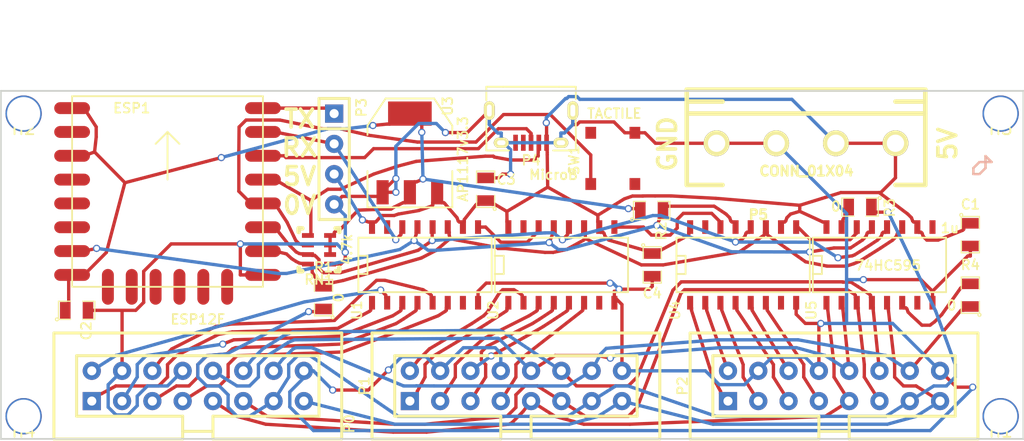
<source format=kicad_pcb>
(kicad_pcb (version 20171130) (host pcbnew "(5.1.12)-1")

  (general
    (thickness 1.6)
    (drawings 22)
    (tracks 985)
    (zones 0)
    (modules 26)
    (nets 42)
  )

  (page USLetter)
  (layers
    (0 F.Cu signal)
    (31 B.Cu signal)
    (32 B.Adhes user)
    (33 F.Adhes user)
    (34 B.Paste user)
    (35 F.Paste user)
    (36 B.SilkS user)
    (37 F.SilkS user)
    (38 B.Mask user)
    (39 F.Mask user)
    (40 Dwgs.User user)
    (41 Cmts.User user)
    (42 Eco1.User user)
    (43 Eco2.User user)
    (44 Edge.Cuts user)
    (45 Margin user)
    (46 B.CrtYd user)
    (47 F.CrtYd user)
    (48 B.Fab user)
    (49 F.Fab user)
  )

  (setup
    (last_trace_width 0.2794)
    (trace_clearance 0.254)
    (zone_clearance 0.508)
    (zone_45_only no)
    (trace_min 0.2)
    (via_size 0.6)
    (via_drill 0.4)
    (via_min_size 0.4)
    (via_min_drill 0.3)
    (uvia_size 0.3)
    (uvia_drill 0.1)
    (uvias_allowed no)
    (uvia_min_size 0)
    (uvia_min_drill 0)
    (edge_width 0.15)
    (segment_width 0.2)
    (pcb_text_width 0.3)
    (pcb_text_size 1.5 1.5)
    (mod_edge_width 0.15)
    (mod_text_size 0.8128 0.8128)
    (mod_text_width 0.15)
    (pad_size 3.048 3.048)
    (pad_drill 2.778125)
    (pad_to_mask_clearance 0.2)
    (aux_axis_origin 0 0)
    (visible_elements 7FFFFFFF)
    (pcbplotparams
      (layerselection 0x00030_80000001)
      (usegerberextensions false)
      (usegerberattributes true)
      (usegerberadvancedattributes true)
      (creategerberjobfile true)
      (excludeedgelayer true)
      (linewidth 0.100000)
      (plotframeref false)
      (viasonmask false)
      (mode 1)
      (useauxorigin false)
      (hpglpennumber 1)
      (hpglpenspeed 20)
      (hpglpendiameter 15.000000)
      (psnegative false)
      (psa4output false)
      (plotreference true)
      (plotvalue true)
      (plotinvisibletext false)
      (padsonsilk false)
      (subtractmaskfromsilk false)
      (outputformat 1)
      (mirror false)
      (drillshape 1)
      (scaleselection 1)
      (outputdirectory ""))
  )

  (net 0 "")
  (net 1 +5V)
  (net 2 GND)
  (net 3 +3V3)
  (net 4 OEX)
  (net 5 BCK)
  (net 6 WCK)
  (net 7 GPIO0)
  (net 8 D-)
  (net 9 SDI)
  (net 10 R0_0)
  (net 11 G0_0)
  (net 12 B0_0)
  (net 13 R1_0)
  (net 14 G1_0)
  (net 15 B1_0)
  (net 16 A)
  (net 17 B)
  (net 18 C)
  (net 19 D)
  (net 20 CLK)
  (net 21 STB)
  (net 22 OE)
  (net 23 R0_1)
  (net 24 G0_1)
  (net 25 B0_1)
  (net 26 R1_1)
  (net 27 G1_1)
  (net 28 B1_1)
  (net 29 R0_2)
  (net 30 G0_2)
  (net 31 B0_2)
  (net 32 R1_2)
  (net 33 G1_2)
  (net 34 B1_2)
  (net 35 ECLK)
  (net 36 ESTB)
  (net 37 "Net-(U1-Pad9)")
  (net 38 "Net-(U2-Pad9)")
  (net 39 "Net-(U4-Pad9)")
  (net 40 D+)
  (net 41 "Net-(ESP1-Pad22)")

  (net_class Default "This is the default net class."
    (clearance 0.254)
    (trace_width 0.2794)
    (via_dia 0.6)
    (via_drill 0.4)
    (uvia_dia 0.3)
    (uvia_drill 0.1)
    (add_net +3V3)
    (add_net +5V)
    (add_net A)
    (add_net B)
    (add_net B0_0)
    (add_net B0_1)
    (add_net B0_2)
    (add_net B1_0)
    (add_net B1_1)
    (add_net B1_2)
    (add_net BCK)
    (add_net C)
    (add_net CLK)
    (add_net D)
    (add_net D+)
    (add_net D-)
    (add_net ECLK)
    (add_net ESTB)
    (add_net G0_0)
    (add_net G0_1)
    (add_net G0_2)
    (add_net G1_0)
    (add_net G1_1)
    (add_net G1_2)
    (add_net GND)
    (add_net GPIO0)
    (add_net "Net-(ESP1-Pad22)")
    (add_net "Net-(U1-Pad9)")
    (add_net "Net-(U2-Pad9)")
    (add_net "Net-(U4-Pad9)")
    (add_net OE)
    (add_net OEX)
    (add_net R0_0)
    (add_net R0_1)
    (add_net R0_2)
    (add_net R1_0)
    (add_net R1_1)
    (add_net R1_2)
    (add_net SDI)
    (add_net STB)
    (add_net WCK)
  )

  (module SM0805 (layer F.Cu) (tedit 57D5F243) (tstamp 57E4A0A3)
    (at 151.13 88.9 270)
    (path /57D5E6F2)
    (attr smd)
    (fp_text reference C1 (at -2.54 0) (layer F.SilkS)
      (effects (font (size 0.8128 0.8128) (thickness 0.15)))
    )
    (fp_text value 1u (at -0.55 1.72) (layer F.SilkS)
      (effects (font (size 0.8128 0.8128) (thickness 0.15)))
    )
    (fp_line (start 1.524 0.762) (end 0.508 0.762) (layer F.SilkS) (width 0.09906))
    (fp_line (start 1.524 -0.762) (end 1.524 0.762) (layer F.SilkS) (width 0.09906))
    (fp_line (start 0.508 -0.762) (end 1.524 -0.762) (layer F.SilkS) (width 0.09906))
    (fp_line (start -1.524 -0.762) (end -0.508 -0.762) (layer F.SilkS) (width 0.09906))
    (fp_line (start -1.524 0.762) (end -1.524 -0.762) (layer F.SilkS) (width 0.09906))
    (fp_line (start -0.508 0.762) (end -1.524 0.762) (layer F.SilkS) (width 0.09906))
    (fp_circle (center -1.651 0.762) (end -1.651 0.635) (layer F.SilkS) (width 0.09906))
    (pad 1 smd rect (at -0.9525 0 270) (size 0.889 1.397) (layers F.Cu F.Paste F.Mask)
      (net 1 +5V))
    (pad 2 smd rect (at 0.9525 0 270) (size 0.889 1.397) (layers F.Cu F.Paste F.Mask)
      (net 2 GND))
    (model smd/chip_cms.wrl
      (at (xyz 0 0 0))
      (scale (xyz 0.1 0.1 0.1))
      (rotate (xyz 0 0 0))
    )
  )

  (module SM0805 (layer F.Cu) (tedit 57CB2219) (tstamp 57E4A0B0)
    (at 76.2 95.25)
    (path /57D5E729)
    (attr smd)
    (fp_text reference C2 (at 0.81 1.72 90) (layer F.SilkS)
      (effects (font (size 0.8128 0.8128) (thickness 0.15)))
    )
    (fp_text value 1u (at -0.55 1.72 90) (layer Eco2.User)
      (effects (font (size 0.8128 0.8128) (thickness 0.15)))
    )
    (fp_line (start 1.524 0.762) (end 0.508 0.762) (layer F.SilkS) (width 0.09906))
    (fp_line (start 1.524 -0.762) (end 1.524 0.762) (layer F.SilkS) (width 0.09906))
    (fp_line (start 0.508 -0.762) (end 1.524 -0.762) (layer F.SilkS) (width 0.09906))
    (fp_line (start -1.524 -0.762) (end -0.508 -0.762) (layer F.SilkS) (width 0.09906))
    (fp_line (start -1.524 0.762) (end -1.524 -0.762) (layer F.SilkS) (width 0.09906))
    (fp_line (start -0.508 0.762) (end -1.524 0.762) (layer F.SilkS) (width 0.09906))
    (fp_circle (center -1.651 0.762) (end -1.651 0.635) (layer F.SilkS) (width 0.09906))
    (pad 1 smd rect (at -0.9525 0) (size 0.889 1.397) (layers F.Cu F.Paste F.Mask)
      (net 3 +3V3))
    (pad 2 smd rect (at 0.9525 0) (size 0.889 1.397) (layers F.Cu F.Paste F.Mask)
      (net 2 GND))
    (model smd/chip_cms.wrl
      (at (xyz 0 0 0))
      (scale (xyz 0.1 0.1 0.1))
      (rotate (xyz 0 0 0))
    )
  )

  (module SM0805 (layer F.Cu) (tedit 57CB2219) (tstamp 57E4A0BD)
    (at 110.49 85.09 90)
    (path /57D608D8)
    (attr smd)
    (fp_text reference C3 (at 0.81 1.72 180) (layer F.SilkS)
      (effects (font (size 0.8128 0.8128) (thickness 0.15)))
    )
    (fp_text value 1u (at -0.55 1.72 180) (layer Eco2.User)
      (effects (font (size 0.8128 0.8128) (thickness 0.15)))
    )
    (fp_line (start 1.524 0.762) (end 0.508 0.762) (layer F.SilkS) (width 0.09906))
    (fp_line (start 1.524 -0.762) (end 1.524 0.762) (layer F.SilkS) (width 0.09906))
    (fp_line (start 0.508 -0.762) (end 1.524 -0.762) (layer F.SilkS) (width 0.09906))
    (fp_line (start -1.524 -0.762) (end -0.508 -0.762) (layer F.SilkS) (width 0.09906))
    (fp_line (start -1.524 0.762) (end -1.524 -0.762) (layer F.SilkS) (width 0.09906))
    (fp_line (start -0.508 0.762) (end -1.524 0.762) (layer F.SilkS) (width 0.09906))
    (fp_circle (center -1.651 0.762) (end -1.651 0.635) (layer F.SilkS) (width 0.09906))
    (pad 1 smd rect (at -0.9525 0 90) (size 0.889 1.397) (layers F.Cu F.Paste F.Mask)
      (net 1 +5V))
    (pad 2 smd rect (at 0.9525 0 90) (size 0.889 1.397) (layers F.Cu F.Paste F.Mask)
      (net 2 GND))
    (model smd/chip_cms.wrl
      (at (xyz 0 0 0))
      (scale (xyz 0.1 0.1 0.1))
      (rotate (xyz 0 0 0))
    )
  )

  (module SM0805 (layer F.Cu) (tedit 57CB2219) (tstamp 57E4A0CA)
    (at 124.46 91.44 270)
    (path /57D60972)
    (attr smd)
    (fp_text reference C4 (at 2.3876 0) (layer F.SilkS)
      (effects (font (size 0.8128 0.8128) (thickness 0.15)))
    )
    (fp_text value 1u (at -0.55 1.72) (layer Eco2.User)
      (effects (font (size 0.8128 0.8128) (thickness 0.15)))
    )
    (fp_line (start 1.524 0.762) (end 0.508 0.762) (layer F.SilkS) (width 0.09906))
    (fp_line (start 1.524 -0.762) (end 1.524 0.762) (layer F.SilkS) (width 0.09906))
    (fp_line (start 0.508 -0.762) (end 1.524 -0.762) (layer F.SilkS) (width 0.09906))
    (fp_line (start -1.524 -0.762) (end -0.508 -0.762) (layer F.SilkS) (width 0.09906))
    (fp_line (start -1.524 0.762) (end -1.524 -0.762) (layer F.SilkS) (width 0.09906))
    (fp_line (start -0.508 0.762) (end -1.524 0.762) (layer F.SilkS) (width 0.09906))
    (fp_circle (center -1.651 0.762) (end -1.651 0.635) (layer F.SilkS) (width 0.09906))
    (pad 1 smd rect (at -0.9525 0 270) (size 0.889 1.397) (layers F.Cu F.Paste F.Mask)
      (net 1 +5V))
    (pad 2 smd rect (at 0.9525 0 270) (size 0.889 1.397) (layers F.Cu F.Paste F.Mask)
      (net 2 GND))
    (model smd/chip_cms.wrl
      (at (xyz 0 0 0))
      (scale (xyz 0.1 0.1 0.1))
      (rotate (xyz 0 0 0))
    )
  )

  (module ESP12E (layer F.Cu) (tedit 0) (tstamp 57E4A0EE)
    (at 83.82 81.28)
    (path /57D5E258)
    (fp_text reference ESP1 (at -3 -3) (layer F.SilkS)
      (effects (font (size 0.8128 0.8128) (thickness 0.15)))
    )
    (fp_text value ESP12F (at 2.54 14.732) (layer F.SilkS)
      (effects (font (size 0.8128 0.8128) (thickness 0.15)))
    )
    (fp_line (start 8 12) (end 8 -12) (layer Dwgs.User) (width 0.15))
    (fp_line (start -8 12) (end 8 12) (layer F.SilkS) (width 0.15))
    (fp_line (start -8 -12) (end -8 12) (layer Dwgs.User) (width 0.15))
    (fp_line (start 8 -12) (end -8 -12) (layer Dwgs.User) (width 0.15))
    (fp_line (start 8 -4) (end 8 12) (layer F.SilkS) (width 0.15))
    (fp_line (start -8 -4) (end 8 -4) (layer F.SilkS) (width 0.15))
    (fp_line (start -8 12) (end -8 -4) (layer F.SilkS) (width 0.15))
    (fp_line (start 0 -1) (end 0 3) (layer F.SilkS) (width 0.15))
    (fp_line (start 0 -1) (end 1 0) (layer F.SilkS) (width 0.15))
    (fp_line (start 0 -1) (end -1 0) (layer F.SilkS) (width 0.15))
    (pad 1 smd oval (at -8 -3) (size 3 1) (layers F.Cu F.Paste F.Mask)
      (net 3 +3V3))
    (pad 2 smd oval (at -8 -1) (size 3 1) (layers F.Cu F.Paste F.Mask))
    (pad 3 smd oval (at -8 1) (size 3 1) (layers F.Cu F.Paste F.Mask)
      (net 3 +3V3))
    (pad 4 smd oval (at -8 3) (size 3 1) (layers F.Cu F.Paste F.Mask))
    (pad 5 smd oval (at -8 5) (size 3 1) (layers F.Cu F.Paste F.Mask))
    (pad 6 smd oval (at -8 7) (size 3 1) (layers F.Cu F.Paste F.Mask))
    (pad 7 smd oval (at -8 9) (size 3 1) (layers F.Cu F.Paste F.Mask)
      (net 4 OEX))
    (pad 8 smd oval (at -8 11) (size 3 1) (layers F.Cu F.Paste F.Mask)
      (net 3 +3V3))
    (pad 9 smd oval (at -5 12 90) (size 3 1) (layers F.Cu F.Paste F.Mask))
    (pad 10 smd oval (at -3 12 90) (size 3 1) (layers F.Cu F.Paste F.Mask))
    (pad 11 smd oval (at -1 12 90) (size 3 1) (layers F.Cu F.Paste F.Mask))
    (pad 12 smd oval (at 1 12 90) (size 3 1) (layers F.Cu F.Paste F.Mask))
    (pad 13 smd oval (at 3 12 90) (size 3 1) (layers F.Cu F.Paste F.Mask))
    (pad 14 smd oval (at 5 12 90) (size 3 1) (layers F.Cu F.Paste F.Mask))
    (pad 15 smd oval (at 8 11 180) (size 3 1) (layers F.Cu F.Paste F.Mask)
      (net 2 GND))
    (pad 16 smd oval (at 8 9 180) (size 3 1) (layers F.Cu F.Paste F.Mask)
      (net 5 BCK))
    (pad 17 smd oval (at 8 7 180) (size 3 1) (layers F.Cu F.Paste F.Mask)
      (net 6 WCK))
    (pad 18 smd oval (at 8 5 180) (size 3 1) (layers F.Cu F.Paste F.Mask)
      (net 7 GPIO0))
    (pad 19 smd oval (at 8 3 180) (size 3 1) (layers F.Cu F.Paste F.Mask)
      (net 8 D-))
    (pad 20 smd oval (at 8 1 180) (size 3 1) (layers F.Cu F.Paste F.Mask)
      (net 40 D+))
    (pad 21 smd oval (at 8 -1 180) (size 3 1) (layers F.Cu F.Paste F.Mask)
      (net 9 SDI))
    (pad 22 smd oval (at 8 -3 180) (size 3 1) (layers F.Cu F.Paste F.Mask)
      (net 41 "Net-(ESP1-Pad22)"))
  )

  (module SM0805 (layer F.Cu) (tedit 57D5F1CF) (tstamp 57E4A164)
    (at 96.9013 94.1857 90)
    (path /57D60C7E)
    (attr smd)
    (fp_text reference R1 (at 2.54 0 180) (layer F.SilkS)
      (effects (font (size 0.8128 0.8128) (thickness 0.15)))
    )
    (fp_text value 0 (at 0 1.27 270) (layer F.SilkS)
      (effects (font (size 0.8128 0.8128) (thickness 0.15)))
    )
    (fp_line (start 1.524 0.762) (end 0.508 0.762) (layer F.SilkS) (width 0.09906))
    (fp_line (start 1.524 -0.762) (end 1.524 0.762) (layer F.SilkS) (width 0.09906))
    (fp_line (start 0.508 -0.762) (end 1.524 -0.762) (layer F.SilkS) (width 0.09906))
    (fp_line (start -1.524 -0.762) (end -0.508 -0.762) (layer F.SilkS) (width 0.09906))
    (fp_line (start -1.524 0.762) (end -1.524 -0.762) (layer F.SilkS) (width 0.09906))
    (fp_line (start -0.508 0.762) (end -1.524 0.762) (layer F.SilkS) (width 0.09906))
    (fp_circle (center -1.651 0.762) (end -1.651 0.635) (layer F.SilkS) (width 0.09906))
    (pad 1 smd rect (at -0.9525 0 90) (size 0.889 1.397) (layers F.Cu F.Paste F.Mask)
      (net 20 CLK))
    (pad 2 smd rect (at 0.9525 0 90) (size 0.889 1.397) (layers F.Cu F.Paste F.Mask)
      (net 5 BCK))
    (model smd/chip_cms.wrl
      (at (xyz 0 0 0))
      (scale (xyz 0.1 0.1 0.1))
      (rotate (xyz 0 0 0))
    )
  )

  (module SM0805 (layer F.Cu) (tedit 57CB2219) (tstamp 57E4A171)
    (at 124.409 86.868)
    (path /57D6254F)
    (attr smd)
    (fp_text reference R2 (at 0.81 1.72 90) (layer F.SilkS)
      (effects (font (size 0.8128 0.8128) (thickness 0.15)))
    )
    (fp_text value 10k (at -0.55 1.72 90) (layer Eco2.User)
      (effects (font (size 0.8128 0.8128) (thickness 0.15)))
    )
    (fp_line (start 1.524 0.762) (end 0.508 0.762) (layer F.SilkS) (width 0.09906))
    (fp_line (start 1.524 -0.762) (end 1.524 0.762) (layer F.SilkS) (width 0.09906))
    (fp_line (start 0.508 -0.762) (end 1.524 -0.762) (layer F.SilkS) (width 0.09906))
    (fp_line (start -1.524 -0.762) (end -0.508 -0.762) (layer F.SilkS) (width 0.09906))
    (fp_line (start -1.524 0.762) (end -1.524 -0.762) (layer F.SilkS) (width 0.09906))
    (fp_line (start -0.508 0.762) (end -1.524 0.762) (layer F.SilkS) (width 0.09906))
    (fp_circle (center -1.651 0.762) (end -1.651 0.635) (layer F.SilkS) (width 0.09906))
    (pad 1 smd rect (at -0.9525 0) (size 0.889 1.397) (layers F.Cu F.Paste F.Mask)
      (net 3 +3V3))
    (pad 2 smd rect (at 0.9525 0) (size 0.889 1.397) (layers F.Cu F.Paste F.Mask)
      (net 4 OEX))
    (model smd/chip_cms.wrl
      (at (xyz 0 0 0))
      (scale (xyz 0.1 0.1 0.1))
      (rotate (xyz 0 0 0))
    )
  )

  (module SM0805 (layer F.Cu) (tedit 57D5F23C) (tstamp 57E4A17E)
    (at 141.881 86.5897 180)
    (path /57D63079)
    (attr smd)
    (fp_text reference R3 (at -2.4892 -0.0508 270) (layer F.SilkS)
      (effects (font (size 0.8128 0.8128) (thickness 0.15)))
    )
    (fp_text value 0 (at 2.032 0.0508) (layer F.SilkS)
      (effects (font (size 0.8128 0.8128) (thickness 0.15)))
    )
    (fp_line (start 1.524 0.762) (end 0.508 0.762) (layer F.SilkS) (width 0.09906))
    (fp_line (start 1.524 -0.762) (end 1.524 0.762) (layer F.SilkS) (width 0.09906))
    (fp_line (start 0.508 -0.762) (end 1.524 -0.762) (layer F.SilkS) (width 0.09906))
    (fp_line (start -1.524 -0.762) (end -0.508 -0.762) (layer F.SilkS) (width 0.09906))
    (fp_line (start -1.524 0.762) (end -1.524 -0.762) (layer F.SilkS) (width 0.09906))
    (fp_line (start -0.508 0.762) (end -1.524 0.762) (layer F.SilkS) (width 0.09906))
    (fp_circle (center -1.651 0.762) (end -1.651 0.635) (layer F.SilkS) (width 0.09906))
    (pad 1 smd rect (at -0.9525 0 180) (size 0.889 1.397) (layers F.Cu F.Paste F.Mask)
      (net 20 CLK))
    (pad 2 smd rect (at 0.9525 0 180) (size 0.889 1.397) (layers F.Cu F.Paste F.Mask)
      (net 35 ECLK))
    (model smd/chip_cms.wrl
      (at (xyz 0 0 0))
      (scale (xyz 0.1 0.1 0.1))
      (rotate (xyz 0 0 0))
    )
  )

  (module SM0805 (layer F.Cu) (tedit 57D5F254) (tstamp 57E4A18B)
    (at 151.13 93.98 90)
    (path /57D631D2)
    (attr smd)
    (fp_text reference R4 (at 2.54 0 180) (layer F.SilkS)
      (effects (font (size 0.8128 0.8128) (thickness 0.15)))
    )
    (fp_text value 0 (at -0.8636 -1.5748 180) (layer F.SilkS)
      (effects (font (size 0.8128 0.8128) (thickness 0.15)))
    )
    (fp_line (start 1.524 0.762) (end 0.508 0.762) (layer F.SilkS) (width 0.09906))
    (fp_line (start 1.524 -0.762) (end 1.524 0.762) (layer F.SilkS) (width 0.09906))
    (fp_line (start 0.508 -0.762) (end 1.524 -0.762) (layer F.SilkS) (width 0.09906))
    (fp_line (start -1.524 -0.762) (end -0.508 -0.762) (layer F.SilkS) (width 0.09906))
    (fp_line (start -1.524 0.762) (end -1.524 -0.762) (layer F.SilkS) (width 0.09906))
    (fp_line (start -0.508 0.762) (end -1.524 0.762) (layer F.SilkS) (width 0.09906))
    (fp_circle (center -1.651 0.762) (end -1.651 0.635) (layer F.SilkS) (width 0.09906))
    (pad 1 smd rect (at -0.9525 0 90) (size 0.889 1.397) (layers F.Cu F.Paste F.Mask)
      (net 21 STB))
    (pad 2 smd rect (at 0.9525 0 90) (size 0.889 1.397) (layers F.Cu F.Paste F.Mask)
      (net 36 ESTB))
    (model smd/chip_cms.wrl
      (at (xyz 0 0 0))
      (scale (xyz 0.1 0.1 0.1))
      (rotate (xyz 0 0 0))
    )
  )

  (module NETWORK1206 (layer F.Cu) (tedit 0) (tstamp 57E4A19F)
    (at 96.52 90.17 270)
    (path /57D5F73E)
    (fp_text reference RN1 (at 2.5 0) (layer F.SilkS)
      (effects (font (size 0.8128 0.8128) (thickness 0.15)))
    )
    (fp_text value 4.7k (at -0.033 -2.356 270) (layer F.SilkS)
      (effects (font (size 0.8128 0.8128) (thickness 0.15)))
    )
    (fp_line (start -1.8 1.7) (end -1.5 1.7) (layer F.SilkS) (width 0.381))
    (fp_line (start -1.8 1.4) (end -1.8 1.7) (layer F.SilkS) (width 0.381))
    (fp_line (start 1.8 -1.7) (end 1.8 -1.4) (layer F.SilkS) (width 0.381))
    (fp_line (start 1.5 -1.7) (end 1.8 -1.7) (layer F.SilkS) (width 0.381))
    (fp_line (start -1.8 -1.7) (end -1.5 -1.7) (layer F.SilkS) (width 0.381))
    (fp_line (start -1.8 -1.4) (end -1.8 -1.7) (layer F.SilkS) (width 0.381))
    (fp_line (start 1.8 1.7) (end 1.5 1.7) (layer F.SilkS) (width 0.381))
    (fp_line (start 1.8 1.4) (end 1.8 1.7) (layer F.SilkS) (width 0.381))
    (pad 1 smd rect (at -1.2 0.93 270) (size 0.4 1) (layers F.Cu F.Paste F.Mask)
      (net 8 D-))
    (pad 2 smd rect (at -0.4 0.93 270) (size 0.4 1) (layers F.Cu F.Paste F.Mask)
      (net 7 GPIO0))
    (pad 3 smd rect (at 0.4 0.93 270) (size 0.4 1) (layers F.Cu F.Paste F.Mask)
      (net 6 WCK))
    (pad 4 smd rect (at 1.2 0.93 270) (size 0.4 1) (layers F.Cu F.Paste F.Mask)
      (net 5 BCK))
    (pad 5 smd rect (at 1.2 -0.93 270) (size 0.4 1) (layers F.Cu F.Paste F.Mask)
      (net 2 GND))
    (pad 6 smd rect (at 0.4 -0.93 270) (size 0.4 1) (layers F.Cu F.Paste F.Mask)
      (net 3 +3V3))
    (pad 7 smd rect (at -0.4 -0.93 270) (size 0.4 1) (layers F.Cu F.Paste F.Mask)
      (net 3 +3V3))
    (pad 8 smd rect (at -1.2 -0.93 270) (size 0.4 1) (layers F.Cu F.Paste F.Mask)
      (net 3 +3V3))
  )

  (module TACTILE (layer F.Cu) (tedit 0) (tstamp 57E4A1A7)
    (at 121.203 82.55 90)
    (path /57D5F951)
    (fp_text reference SW1 (at -0.1 -3.3 90) (layer F.SilkS)
      (effects (font (size 0.8128 0.8128) (thickness 0.15)))
    )
    (fp_text value TACTILE (at 3.81 0.0819 180) (layer F.SilkS)
      (effects (font (size 0.8128 0.8128) (thickness 0.15)))
    )
    (pad 1 smd rect (at -2.1 -1.9 90) (size 1 0.9) (layers F.Cu F.Paste F.Mask)
      (net 7 GPIO0))
    (pad 2 smd rect (at 2.2 -1.9 90) (size 1 0.9) (layers F.Cu F.Paste F.Mask))
    (pad 3 smd rect (at -2.1 1.8 90) (size 1 0.9) (layers F.Cu F.Paste F.Mask))
    (pad 4 smd rect (at 2.2 1.8 90) (size 1 0.9) (layers F.Cu F.Paste F.Mask)
      (net 2 GND))
  )

  (module SO-16-N (layer F.Cu) (tedit 0) (tstamp 57E4A1C2)
    (at 105.41 91.44)
    (descr "Module CMS SOJ 16 pins large")
    (tags "CMS SOJ")
    (path /57D5ECFA)
    (attr smd)
    (fp_text reference U1 (at -5.715 3.81 90) (layer F.SilkS)
      (effects (font (size 0.8128 0.8128) (thickness 0.15)))
    )
    (fp_text value 74HC595 (at 0 1.27) (layer F.Fab)
      (effects (font (size 0.8128 0.8128) (thickness 0.15)))
    )
    (fp_line (start -5.588 -2.286) (end 5.588 -2.286) (layer F.SilkS) (width 0.15))
    (fp_line (start -5.588 2.286) (end -5.588 -2.286) (layer F.SilkS) (width 0.15))
    (fp_line (start 5.588 2.286) (end -5.588 2.286) (layer F.SilkS) (width 0.15))
    (fp_line (start 5.588 -2.286) (end 5.588 2.286) (layer F.SilkS) (width 0.15))
    (fp_line (start -4.826 0.762) (end -5.588 0.762) (layer F.SilkS) (width 0.15))
    (fp_line (start -4.826 -0.762) (end -4.826 0.762) (layer F.SilkS) (width 0.15))
    (fp_line (start -5.588 -0.762) (end -4.826 -0.762) (layer F.SilkS) (width 0.15))
    (pad 16 smd rect (at -4.445 -3.175) (size 0.508 1.143) (layers F.Cu F.Paste F.Mask)
      (net 1 +5V))
    (pad 14 smd rect (at -1.905 -3.175) (size 0.508 1.143) (layers F.Cu F.Paste F.Mask)
      (net 9 SDI))
    (pad 13 smd rect (at -0.635 -3.175) (size 0.508 1.143) (layers F.Cu F.Paste F.Mask)
      (net 4 OEX))
    (pad 12 smd rect (at 0.635 -3.175) (size 0.508 1.143) (layers F.Cu F.Paste F.Mask)
      (net 6 WCK))
    (pad 11 smd rect (at 1.905 -3.175) (size 0.508 1.143) (layers F.Cu F.Paste F.Mask)
      (net 5 BCK))
    (pad 10 smd rect (at 3.175 -3.175) (size 0.508 1.143) (layers F.Cu F.Paste F.Mask)
      (net 1 +5V))
    (pad 9 smd rect (at 4.445 -3.175) (size 0.508 1.143) (layers F.Cu F.Paste F.Mask)
      (net 37 "Net-(U1-Pad9)"))
    (pad 8 smd rect (at 4.445 3.175) (size 0.508 1.143) (layers F.Cu F.Paste F.Mask)
      (net 2 GND))
    (pad 7 smd rect (at 3.175 3.175) (size 0.508 1.143) (layers F.Cu F.Paste F.Mask))
    (pad 6 smd rect (at 1.905 3.175) (size 0.508 1.143) (layers F.Cu F.Paste F.Mask)
      (net 15 B1_0))
    (pad 5 smd rect (at 0.635 3.175) (size 0.508 1.143) (layers F.Cu F.Paste F.Mask)
      (net 14 G1_0))
    (pad 4 smd rect (at -0.635 3.175) (size 0.508 1.143) (layers F.Cu F.Paste F.Mask)
      (net 13 R1_0))
    (pad 3 smd rect (at -1.905 3.175) (size 0.508 1.143) (layers F.Cu F.Paste F.Mask)
      (net 12 B0_0))
    (pad 2 smd rect (at -3.175 3.175) (size 0.508 1.143) (layers F.Cu F.Paste F.Mask)
      (net 11 G0_0))
    (pad 1 smd rect (at -4.445 3.175) (size 0.508 1.143) (layers F.Cu F.Paste F.Mask)
      (net 10 R0_0))
    (pad 15 smd rect (at -3.175 -3.175) (size 0.508 1.143) (layers F.Cu F.Paste F.Mask))
    (model SMD_Packages.3dshapes/SO-16-N.wrl
      (at (xyz 0 0 0))
      (scale (xyz 0.5 0.4 0.5))
      (rotate (xyz 0 0 0))
    )
  )

  (module SO-16-N (layer F.Cu) (tedit 0) (tstamp 57E4A1DD)
    (at 116.84 91.44)
    (descr "Module CMS SOJ 16 pins large")
    (tags "CMS SOJ")
    (path /57D5F0EC)
    (attr smd)
    (fp_text reference U2 (at -5.715 3.81 90) (layer F.SilkS)
      (effects (font (size 0.8128 0.8128) (thickness 0.15)))
    )
    (fp_text value 74HC595 (at 0 1.27) (layer F.Fab)
      (effects (font (size 0.8128 0.8128) (thickness 0.15)))
    )
    (fp_line (start -5.588 -2.286) (end 5.588 -2.286) (layer F.SilkS) (width 0.15))
    (fp_line (start -5.588 2.286) (end -5.588 -2.286) (layer F.SilkS) (width 0.15))
    (fp_line (start 5.588 2.286) (end -5.588 2.286) (layer F.SilkS) (width 0.15))
    (fp_line (start 5.588 -2.286) (end 5.588 2.286) (layer F.SilkS) (width 0.15))
    (fp_line (start -4.826 0.762) (end -5.588 0.762) (layer F.SilkS) (width 0.15))
    (fp_line (start -4.826 -0.762) (end -4.826 0.762) (layer F.SilkS) (width 0.15))
    (fp_line (start -5.588 -0.762) (end -4.826 -0.762) (layer F.SilkS) (width 0.15))
    (pad 16 smd rect (at -4.445 -3.175) (size 0.508 1.143) (layers F.Cu F.Paste F.Mask)
      (net 1 +5V))
    (pad 14 smd rect (at -1.905 -3.175) (size 0.508 1.143) (layers F.Cu F.Paste F.Mask)
      (net 37 "Net-(U1-Pad9)"))
    (pad 13 smd rect (at -0.635 -3.175) (size 0.508 1.143) (layers F.Cu F.Paste F.Mask)
      (net 4 OEX))
    (pad 12 smd rect (at 0.635 -3.175) (size 0.508 1.143) (layers F.Cu F.Paste F.Mask)
      (net 6 WCK))
    (pad 11 smd rect (at 1.905 -3.175) (size 0.508 1.143) (layers F.Cu F.Paste F.Mask)
      (net 5 BCK))
    (pad 10 smd rect (at 3.175 -3.175) (size 0.508 1.143) (layers F.Cu F.Paste F.Mask)
      (net 1 +5V))
    (pad 9 smd rect (at 4.445 -3.175) (size 0.508 1.143) (layers F.Cu F.Paste F.Mask)
      (net 38 "Net-(U2-Pad9)"))
    (pad 8 smd rect (at 4.445 3.175) (size 0.508 1.143) (layers F.Cu F.Paste F.Mask)
      (net 2 GND))
    (pad 7 smd rect (at 3.175 3.175) (size 0.508 1.143) (layers F.Cu F.Paste F.Mask))
    (pad 6 smd rect (at 1.905 3.175) (size 0.508 1.143) (layers F.Cu F.Paste F.Mask)
      (net 28 B1_1))
    (pad 5 smd rect (at 0.635 3.175) (size 0.508 1.143) (layers F.Cu F.Paste F.Mask)
      (net 27 G1_1))
    (pad 4 smd rect (at -0.635 3.175) (size 0.508 1.143) (layers F.Cu F.Paste F.Mask)
      (net 26 R1_1))
    (pad 3 smd rect (at -1.905 3.175) (size 0.508 1.143) (layers F.Cu F.Paste F.Mask)
      (net 25 B0_1))
    (pad 2 smd rect (at -3.175 3.175) (size 0.508 1.143) (layers F.Cu F.Paste F.Mask)
      (net 24 G0_1))
    (pad 1 smd rect (at -4.445 3.175) (size 0.508 1.143) (layers F.Cu F.Paste F.Mask)
      (net 23 R0_1))
    (pad 15 smd rect (at -3.175 -3.175) (size 0.508 1.143) (layers F.Cu F.Paste F.Mask))
    (model SMD_Packages.3dshapes/SO-16-N.wrl
      (at (xyz 0 0 0))
      (scale (xyz 0.5 0.4 0.5))
      (rotate (xyz 0 0 0))
    )
  )

  (module SO-16-N (layer F.Cu) (tedit 0) (tstamp 57E4A1F8)
    (at 132.08 91.44)
    (descr "Module CMS SOJ 16 pins large")
    (tags "CMS SOJ")
    (path /57D5F1B3)
    (attr smd)
    (fp_text reference U4 (at -5.715 3.81 90) (layer F.SilkS)
      (effects (font (size 0.8128 0.8128) (thickness 0.15)))
    )
    (fp_text value 74HC595 (at 0 1.27) (layer F.Fab)
      (effects (font (size 0.8128 0.8128) (thickness 0.15)))
    )
    (fp_line (start -5.588 -2.286) (end 5.588 -2.286) (layer F.SilkS) (width 0.15))
    (fp_line (start -5.588 2.286) (end -5.588 -2.286) (layer F.SilkS) (width 0.15))
    (fp_line (start 5.588 2.286) (end -5.588 2.286) (layer F.SilkS) (width 0.15))
    (fp_line (start 5.588 -2.286) (end 5.588 2.286) (layer F.SilkS) (width 0.15))
    (fp_line (start -4.826 0.762) (end -5.588 0.762) (layer F.SilkS) (width 0.15))
    (fp_line (start -4.826 -0.762) (end -4.826 0.762) (layer F.SilkS) (width 0.15))
    (fp_line (start -5.588 -0.762) (end -4.826 -0.762) (layer F.SilkS) (width 0.15))
    (pad 16 smd rect (at -4.445 -3.175) (size 0.508 1.143) (layers F.Cu F.Paste F.Mask)
      (net 1 +5V))
    (pad 14 smd rect (at -1.905 -3.175) (size 0.508 1.143) (layers F.Cu F.Paste F.Mask)
      (net 38 "Net-(U2-Pad9)"))
    (pad 13 smd rect (at -0.635 -3.175) (size 0.508 1.143) (layers F.Cu F.Paste F.Mask)
      (net 4 OEX))
    (pad 12 smd rect (at 0.635 -3.175) (size 0.508 1.143) (layers F.Cu F.Paste F.Mask)
      (net 6 WCK))
    (pad 11 smd rect (at 1.905 -3.175) (size 0.508 1.143) (layers F.Cu F.Paste F.Mask)
      (net 5 BCK))
    (pad 10 smd rect (at 3.175 -3.175) (size 0.508 1.143) (layers F.Cu F.Paste F.Mask)
      (net 1 +5V))
    (pad 9 smd rect (at 4.445 -3.175) (size 0.508 1.143) (layers F.Cu F.Paste F.Mask)
      (net 39 "Net-(U4-Pad9)"))
    (pad 8 smd rect (at 4.445 3.175) (size 0.508 1.143) (layers F.Cu F.Paste F.Mask)
      (net 2 GND))
    (pad 7 smd rect (at 3.175 3.175) (size 0.508 1.143) (layers F.Cu F.Paste F.Mask))
    (pad 6 smd rect (at 1.905 3.175) (size 0.508 1.143) (layers F.Cu F.Paste F.Mask)
      (net 34 B1_2))
    (pad 5 smd rect (at 0.635 3.175) (size 0.508 1.143) (layers F.Cu F.Paste F.Mask)
      (net 33 G1_2))
    (pad 4 smd rect (at -0.635 3.175) (size 0.508 1.143) (layers F.Cu F.Paste F.Mask)
      (net 32 R1_2))
    (pad 3 smd rect (at -1.905 3.175) (size 0.508 1.143) (layers F.Cu F.Paste F.Mask)
      (net 31 B0_2))
    (pad 2 smd rect (at -3.175 3.175) (size 0.508 1.143) (layers F.Cu F.Paste F.Mask)
      (net 30 G0_2))
    (pad 1 smd rect (at -4.445 3.175) (size 0.508 1.143) (layers F.Cu F.Paste F.Mask)
      (net 29 R0_2))
    (pad 15 smd rect (at -3.175 -3.175) (size 0.508 1.143) (layers F.Cu F.Paste F.Mask))
    (model SMD_Packages.3dshapes/SO-16-N.wrl
      (at (xyz 0 0 0))
      (scale (xyz 0.5 0.4 0.5))
      (rotate (xyz 0 0 0))
    )
  )

  (module SO-16-N (layer F.Cu) (tedit 57D5F24B) (tstamp 57E4A213)
    (at 143.51 91.44)
    (descr "Module CMS SOJ 16 pins large")
    (tags "CMS SOJ")
    (path /57D5F26C)
    (attr smd)
    (fp_text reference U5 (at -5.715 3.81 90) (layer F.SilkS)
      (effects (font (size 0.8128 0.8128) (thickness 0.15)))
    )
    (fp_text value 74HC595 (at 0.7112 0.0508) (layer F.SilkS)
      (effects (font (size 0.8128 0.8128) (thickness 0.15)))
    )
    (fp_line (start -5.588 -2.286) (end 5.588 -2.286) (layer F.SilkS) (width 0.15))
    (fp_line (start -5.588 2.286) (end -5.588 -2.286) (layer F.SilkS) (width 0.15))
    (fp_line (start 5.588 2.286) (end -5.588 2.286) (layer F.SilkS) (width 0.15))
    (fp_line (start 5.588 -2.286) (end 5.588 2.286) (layer F.SilkS) (width 0.15))
    (fp_line (start -4.826 0.762) (end -5.588 0.762) (layer F.SilkS) (width 0.15))
    (fp_line (start -4.826 -0.762) (end -4.826 0.762) (layer F.SilkS) (width 0.15))
    (fp_line (start -5.588 -0.762) (end -4.826 -0.762) (layer F.SilkS) (width 0.15))
    (pad 16 smd rect (at -4.445 -3.175) (size 0.508 1.143) (layers F.Cu F.Paste F.Mask)
      (net 1 +5V))
    (pad 14 smd rect (at -1.905 -3.175) (size 0.508 1.143) (layers F.Cu F.Paste F.Mask)
      (net 39 "Net-(U4-Pad9)"))
    (pad 13 smd rect (at -0.635 -3.175) (size 0.508 1.143) (layers F.Cu F.Paste F.Mask)
      (net 4 OEX))
    (pad 12 smd rect (at 0.635 -3.175) (size 0.508 1.143) (layers F.Cu F.Paste F.Mask)
      (net 6 WCK))
    (pad 11 smd rect (at 1.905 -3.175) (size 0.508 1.143) (layers F.Cu F.Paste F.Mask)
      (net 5 BCK))
    (pad 10 smd rect (at 3.175 -3.175) (size 0.508 1.143) (layers F.Cu F.Paste F.Mask)
      (net 1 +5V))
    (pad 9 smd rect (at 4.445 -3.175) (size 0.508 1.143) (layers F.Cu F.Paste F.Mask))
    (pad 8 smd rect (at 4.445 3.175) (size 0.508 1.143) (layers F.Cu F.Paste F.Mask)
      (net 2 GND))
    (pad 7 smd rect (at 3.175 3.175) (size 0.508 1.143) (layers F.Cu F.Paste F.Mask))
    (pad 6 smd rect (at 1.905 3.175) (size 0.508 1.143) (layers F.Cu F.Paste F.Mask)
      (net 36 ESTB))
    (pad 5 smd rect (at 0.635 3.175) (size 0.508 1.143) (layers F.Cu F.Paste F.Mask)
      (net 22 OE))
    (pad 4 smd rect (at -0.635 3.175) (size 0.508 1.143) (layers F.Cu F.Paste F.Mask)
      (net 19 D))
    (pad 3 smd rect (at -1.905 3.175) (size 0.508 1.143) (layers F.Cu F.Paste F.Mask)
      (net 18 C))
    (pad 2 smd rect (at -3.175 3.175) (size 0.508 1.143) (layers F.Cu F.Paste F.Mask)
      (net 17 B))
    (pad 1 smd rect (at -4.445 3.175) (size 0.508 1.143) (layers F.Cu F.Paste F.Mask)
      (net 16 A))
    (pad 15 smd rect (at -3.175 -3.175) (size 0.508 1.143) (layers F.Cu F.Paste F.Mask)
      (net 35 ECLK))
    (model SMD_Packages.3dshapes/SO-16-N.wrl
      (at (xyz 0 0 0))
      (scale (xyz 0.5 0.4 0.5))
      (rotate (xyz 0 0 0))
    )
  )

  (module SOT-223 (layer F.Cu) (tedit 57D5F1E4) (tstamp 57E4A331)
    (at 104.14 82.042)
    (descr "module CMS SOT223 4 pins")
    (tags "CMS SOT")
    (path /57D5E3F4)
    (attr smd)
    (fp_text reference U3 (at 3.175 -3.937 90) (layer F.SilkS)
      (effects (font (size 0.8128 0.8128) (thickness 0.15)))
    )
    (fp_text value AP1117v3.3 (at 4.445 0.508 90) (layer F.SilkS)
      (effects (font (size 0.8128 0.8128) (thickness 0.15)))
    )
    (fp_line (start 3.556 -2.286) (end 3.556 -1.524) (layer F.SilkS) (width 0.15))
    (fp_line (start 2.032 -4.572) (end 3.556 -2.286) (layer F.SilkS) (width 0.15))
    (fp_line (start -2.032 -4.572) (end 2.032 -4.572) (layer F.SilkS) (width 0.15))
    (fp_line (start -3.556 -2.286) (end -2.032 -4.572) (layer F.SilkS) (width 0.15))
    (fp_line (start -3.556 -1.524) (end -3.556 -2.286) (layer F.SilkS) (width 0.15))
    (fp_line (start 3.556 4.572) (end 3.556 1.524) (layer F.SilkS) (width 0.15))
    (fp_line (start -3.556 4.572) (end 3.556 4.572) (layer F.SilkS) (width 0.15))
    (fp_line (start -3.556 1.524) (end -3.556 4.572) (layer F.SilkS) (width 0.15))
    (pad 4 smd rect (at 0 -3.302) (size 3.6576 2.032) (layers F.Cu F.Paste F.Mask)
      (net 3 +3V3))
    (pad 2 smd rect (at 0 3.302) (size 1.016 2.032) (layers F.Cu F.Paste F.Mask)
      (net 3 +3V3))
    (pad 3 smd rect (at 2.286 3.302) (size 1.016 2.032) (layers F.Cu F.Paste F.Mask)
      (net 1 +5V))
    (pad 1 smd rect (at -2.286 3.302) (size 1.016 2.032) (layers F.Cu F.Paste F.Mask)
      (net 2 GND))
    (model TO_SOT_Packages_SMD.3dshapes/SOT-223.wrl
      (at (xyz 0 0 0))
      (scale (xyz 0.4 0.4 0.4))
      (rotate (xyz 0 0 0))
    )
  )

  (module RECT_20x2 (layer F.Cu) (tedit 57D5ECB1) (tstamp 57E4A4AC)
    (at 86.36 101.6)
    (path /57D5DFF1)
    (fp_text reference P0 (at 12.7 3.175 270) (layer F.SilkS)
      (effects (font (size 0.8128 0.8128) (thickness 0.15)))
    )
    (fp_text value RGB_OUT (at 12.7 0 90) (layer F.Fab)
      (effects (font (size 0.8128 0.8128) (thickness 0.15)))
    )
    (fp_line (start -10.16 2.54) (end -10.16 -2.54) (layer F.SilkS) (width 0.25))
    (fp_line (start -10.16 -2.54) (end 10.16 -2.54) (layer F.SilkS) (width 0.25))
    (fp_line (start 10.16 -2.54) (end 10.16 2.54) (layer F.SilkS) (width 0.25))
    (fp_line (start 10.16 2.54) (end 1.27 2.54) (layer F.SilkS) (width 0.25))
    (fp_line (start -1.27 2.54) (end -10.16 2.54) (layer F.SilkS) (width 0.25))
    (fp_line (start -1.27 2.54) (end -1.27 3.81) (layer F.SilkS) (width 0.25))
    (fp_line (start 1.27 3.81) (end 1.27 2.54) (layer F.SilkS) (width 0.25))
    (fp_line (start 1.27 3.81) (end 1.27 4.445) (layer F.SilkS) (width 0.25))
    (fp_line (start 1.27 4.445) (end 12.065 4.445) (layer F.SilkS) (width 0.25))
    (fp_line (start 12.065 4.445) (end 12.065 -4.445) (layer F.SilkS) (width 0.25))
    (fp_line (start 12.065 -4.445) (end -12.065 -4.445) (layer F.SilkS) (width 0.25))
    (fp_line (start -12.065 -4.445) (end -12.065 4.445) (layer F.SilkS) (width 0.25))
    (fp_line (start -12.065 4.445) (end -1.27 4.445) (layer F.SilkS) (width 0.25))
    (fp_line (start -1.27 4.445) (end -1.27 3.81) (layer F.SilkS) (width 0.25))
    (fp_line (start -1.27 3.81) (end 1.27 3.81) (layer F.SilkS) (width 0.25))
    (pad 1 thru_hole rect (at -8.89 1.27) (size 1.524 1.524) (drill 0.762) (layers *.Cu *.Mask)
      (net 10 R0_0))
    (pad 2 thru_hole circle (at -8.89 -1.27) (size 1.524 1.524) (drill 0.762) (layers *.Cu *.Mask)
      (net 11 G0_0))
    (pad 3 thru_hole circle (at -6.35 1.27) (size 1.524 1.524) (drill 0.762) (layers *.Cu *.Mask)
      (net 12 B0_0))
    (pad 4 thru_hole circle (at -6.35 -1.27) (size 1.524 1.524) (drill 0.762) (layers *.Cu *.Mask)
      (net 2 GND))
    (pad 5 thru_hole circle (at -3.81 1.27) (size 1.524 1.524) (drill 0.762) (layers *.Cu *.Mask)
      (net 13 R1_0))
    (pad 6 thru_hole circle (at -3.81 -1.27) (size 1.524 1.524) (drill 0.762) (layers *.Cu *.Mask)
      (net 14 G1_0))
    (pad 7 thru_hole circle (at -1.27 1.27) (size 1.524 1.524) (drill 0.762) (layers *.Cu *.Mask)
      (net 15 B1_0))
    (pad 8 thru_hole circle (at -1.27 -1.27) (size 1.524 1.524) (drill 0.762) (layers *.Cu *.Mask)
      (net 2 GND))
    (pad 9 thru_hole circle (at 1.27 1.27) (size 1.524 1.524) (drill 0.762) (layers *.Cu *.Mask)
      (net 16 A))
    (pad 10 thru_hole circle (at 1.27 -1.27) (size 1.524 1.524) (drill 0.762) (layers *.Cu *.Mask)
      (net 17 B))
    (pad 11 thru_hole circle (at 3.81 1.27) (size 1.524 1.524) (drill 0.762) (layers *.Cu *.Mask)
      (net 18 C))
    (pad 12 thru_hole circle (at 3.81 -1.27) (size 1.524 1.524) (drill 0.762) (layers *.Cu *.Mask)
      (net 19 D))
    (pad 13 thru_hole circle (at 6.35 1.27) (size 1.524 1.524) (drill 0.762) (layers *.Cu *.Mask)
      (net 20 CLK))
    (pad 14 thru_hole circle (at 6.35 -1.27) (size 1.524 1.524) (drill 0.762) (layers *.Cu *.Mask)
      (net 21 STB))
    (pad 15 thru_hole circle (at 8.89 1.27) (size 1.524 1.524) (drill 0.762) (layers *.Cu *.Mask)
      (net 22 OE))
    (pad 16 thru_hole circle (at 8.89 -1.27) (size 1.524 1.524) (drill 0.762) (layers *.Cu *.Mask)
      (net 2 GND))
  )

  (module RECT_20x2 (layer F.Cu) (tedit 57D5ECB1) (tstamp 57E4A4CF)
    (at 113.03 101.6)
    (path /57D5E1AB)
    (fp_text reference P1 (at -12.7 0 90) (layer F.SilkS)
      (effects (font (size 0.8128 0.8128) (thickness 0.15)))
    )
    (fp_text value RGB_OUT (at 12.7 0 90) (layer F.Fab)
      (effects (font (size 0.8128 0.8128) (thickness 0.15)))
    )
    (fp_line (start -10.16 2.54) (end -10.16 -2.54) (layer F.SilkS) (width 0.25))
    (fp_line (start -10.16 -2.54) (end 10.16 -2.54) (layer F.SilkS) (width 0.25))
    (fp_line (start 10.16 -2.54) (end 10.16 2.54) (layer F.SilkS) (width 0.25))
    (fp_line (start 10.16 2.54) (end 1.27 2.54) (layer F.SilkS) (width 0.25))
    (fp_line (start -1.27 2.54) (end -10.16 2.54) (layer F.SilkS) (width 0.25))
    (fp_line (start -1.27 2.54) (end -1.27 3.81) (layer F.SilkS) (width 0.25))
    (fp_line (start 1.27 3.81) (end 1.27 2.54) (layer F.SilkS) (width 0.25))
    (fp_line (start 1.27 3.81) (end 1.27 4.445) (layer F.SilkS) (width 0.25))
    (fp_line (start 1.27 4.445) (end 12.065 4.445) (layer F.SilkS) (width 0.25))
    (fp_line (start 12.065 4.445) (end 12.065 -4.445) (layer F.SilkS) (width 0.25))
    (fp_line (start 12.065 -4.445) (end -12.065 -4.445) (layer F.SilkS) (width 0.25))
    (fp_line (start -12.065 -4.445) (end -12.065 4.445) (layer F.SilkS) (width 0.25))
    (fp_line (start -12.065 4.445) (end -1.27 4.445) (layer F.SilkS) (width 0.25))
    (fp_line (start -1.27 4.445) (end -1.27 3.81) (layer F.SilkS) (width 0.25))
    (fp_line (start -1.27 3.81) (end 1.27 3.81) (layer F.SilkS) (width 0.25))
    (pad 1 thru_hole rect (at -8.89 1.27) (size 1.524 1.524) (drill 0.762) (layers *.Cu *.Mask)
      (net 23 R0_1))
    (pad 2 thru_hole circle (at -8.89 -1.27) (size 1.524 1.524) (drill 0.762) (layers *.Cu *.Mask)
      (net 24 G0_1))
    (pad 3 thru_hole circle (at -6.35 1.27) (size 1.524 1.524) (drill 0.762) (layers *.Cu *.Mask)
      (net 25 B0_1))
    (pad 4 thru_hole circle (at -6.35 -1.27) (size 1.524 1.524) (drill 0.762) (layers *.Cu *.Mask)
      (net 2 GND))
    (pad 5 thru_hole circle (at -3.81 1.27) (size 1.524 1.524) (drill 0.762) (layers *.Cu *.Mask)
      (net 26 R1_1))
    (pad 6 thru_hole circle (at -3.81 -1.27) (size 1.524 1.524) (drill 0.762) (layers *.Cu *.Mask)
      (net 27 G1_1))
    (pad 7 thru_hole circle (at -1.27 1.27) (size 1.524 1.524) (drill 0.762) (layers *.Cu *.Mask)
      (net 28 B1_1))
    (pad 8 thru_hole circle (at -1.27 -1.27) (size 1.524 1.524) (drill 0.762) (layers *.Cu *.Mask)
      (net 2 GND))
    (pad 9 thru_hole circle (at 1.27 1.27) (size 1.524 1.524) (drill 0.762) (layers *.Cu *.Mask)
      (net 16 A))
    (pad 10 thru_hole circle (at 1.27 -1.27) (size 1.524 1.524) (drill 0.762) (layers *.Cu *.Mask)
      (net 17 B))
    (pad 11 thru_hole circle (at 3.81 1.27) (size 1.524 1.524) (drill 0.762) (layers *.Cu *.Mask)
      (net 18 C))
    (pad 12 thru_hole circle (at 3.81 -1.27) (size 1.524 1.524) (drill 0.762) (layers *.Cu *.Mask)
      (net 19 D))
    (pad 13 thru_hole circle (at 6.35 1.27) (size 1.524 1.524) (drill 0.762) (layers *.Cu *.Mask)
      (net 20 CLK))
    (pad 14 thru_hole circle (at 6.35 -1.27) (size 1.524 1.524) (drill 0.762) (layers *.Cu *.Mask)
      (net 21 STB))
    (pad 15 thru_hole circle (at 8.89 1.27) (size 1.524 1.524) (drill 0.762) (layers *.Cu *.Mask)
      (net 22 OE))
    (pad 16 thru_hole circle (at 8.89 -1.27) (size 1.524 1.524) (drill 0.762) (layers *.Cu *.Mask)
      (net 2 GND))
  )

  (module RECT_20x2 (layer F.Cu) (tedit 57D5ECB1) (tstamp 57E4A4F2)
    (at 139.7 101.6)
    (path /57D5E22E)
    (fp_text reference P2 (at -12.7 0 90) (layer F.SilkS)
      (effects (font (size 0.8128 0.8128) (thickness 0.15)))
    )
    (fp_text value RGB_OUT (at 11.0744 -0.0508 90) (layer F.Fab)
      (effects (font (size 0.8128 0.8128) (thickness 0.15)))
    )
    (fp_line (start -10.16 2.54) (end -10.16 -2.54) (layer F.SilkS) (width 0.25))
    (fp_line (start -10.16 -2.54) (end 10.16 -2.54) (layer F.SilkS) (width 0.25))
    (fp_line (start 10.16 -2.54) (end 10.16 2.54) (layer F.SilkS) (width 0.25))
    (fp_line (start 10.16 2.54) (end 1.27 2.54) (layer F.SilkS) (width 0.25))
    (fp_line (start -1.27 2.54) (end -10.16 2.54) (layer F.SilkS) (width 0.25))
    (fp_line (start -1.27 2.54) (end -1.27 3.81) (layer F.SilkS) (width 0.25))
    (fp_line (start 1.27 3.81) (end 1.27 2.54) (layer F.SilkS) (width 0.25))
    (fp_line (start 1.27 3.81) (end 1.27 4.445) (layer F.SilkS) (width 0.25))
    (fp_line (start 1.27 4.445) (end 12.065 4.445) (layer F.SilkS) (width 0.25))
    (fp_line (start 12.065 4.445) (end 12.065 -4.445) (layer F.SilkS) (width 0.25))
    (fp_line (start 12.065 -4.445) (end -12.065 -4.445) (layer F.SilkS) (width 0.25))
    (fp_line (start -12.065 -4.445) (end -12.065 4.445) (layer F.SilkS) (width 0.25))
    (fp_line (start -12.065 4.445) (end -1.27 4.445) (layer F.SilkS) (width 0.25))
    (fp_line (start -1.27 4.445) (end -1.27 3.81) (layer F.SilkS) (width 0.25))
    (fp_line (start -1.27 3.81) (end 1.27 3.81) (layer F.SilkS) (width 0.25))
    (pad 1 thru_hole rect (at -8.89 1.27) (size 1.524 1.524) (drill 0.762) (layers *.Cu *.Mask)
      (net 29 R0_2))
    (pad 2 thru_hole circle (at -8.89 -1.27) (size 1.524 1.524) (drill 0.762) (layers *.Cu *.Mask)
      (net 30 G0_2))
    (pad 3 thru_hole circle (at -6.35 1.27) (size 1.524 1.524) (drill 0.762) (layers *.Cu *.Mask)
      (net 31 B0_2))
    (pad 4 thru_hole circle (at -6.35 -1.27) (size 1.524 1.524) (drill 0.762) (layers *.Cu *.Mask)
      (net 2 GND))
    (pad 5 thru_hole circle (at -3.81 1.27) (size 1.524 1.524) (drill 0.762) (layers *.Cu *.Mask)
      (net 32 R1_2))
    (pad 6 thru_hole circle (at -3.81 -1.27) (size 1.524 1.524) (drill 0.762) (layers *.Cu *.Mask)
      (net 33 G1_2))
    (pad 7 thru_hole circle (at -1.27 1.27) (size 1.524 1.524) (drill 0.762) (layers *.Cu *.Mask)
      (net 34 B1_2))
    (pad 8 thru_hole circle (at -1.27 -1.27) (size 1.524 1.524) (drill 0.762) (layers *.Cu *.Mask)
      (net 2 GND))
    (pad 9 thru_hole circle (at 1.27 1.27) (size 1.524 1.524) (drill 0.762) (layers *.Cu *.Mask)
      (net 16 A))
    (pad 10 thru_hole circle (at 1.27 -1.27) (size 1.524 1.524) (drill 0.762) (layers *.Cu *.Mask)
      (net 17 B))
    (pad 11 thru_hole circle (at 3.81 1.27) (size 1.524 1.524) (drill 0.762) (layers *.Cu *.Mask)
      (net 18 C))
    (pad 12 thru_hole circle (at 3.81 -1.27) (size 1.524 1.524) (drill 0.762) (layers *.Cu *.Mask)
      (net 19 D))
    (pad 13 thru_hole circle (at 6.35 1.27) (size 1.524 1.524) (drill 0.762) (layers *.Cu *.Mask)
      (net 20 CLK))
    (pad 14 thru_hole circle (at 6.35 -1.27) (size 1.524 1.524) (drill 0.762) (layers *.Cu *.Mask)
      (net 21 STB))
    (pad 15 thru_hole circle (at 8.89 1.27) (size 1.524 1.524) (drill 0.762) (layers *.Cu *.Mask)
      (net 22 OE))
    (pad 16 thru_hole circle (at 8.89 -1.27) (size 1.524 1.524) (drill 0.762) (layers *.Cu *.Mask)
      (net 2 GND))
  )

  (module USBMicroB-10118194-0001LF (layer F.Cu) (tedit 0) (tstamp 57E4AA73)
    (at 114.3 78.486 180)
    (path /57D6373C)
    (fp_text reference P4 (at -0.00254 -4.17322 180) (layer F.SilkS)
      (effects (font (size 0.8128 0.8128) (thickness 0.15)))
    )
    (fp_text value MicroB (at -1.8796 -5.3848) (layer F.SilkS)
      (effects (font (size 0.8128 0.8128) (thickness 0.15)))
    )
    (fp_line (start -2.35 2) (end 2.35 2) (layer F.SilkS) (width 0.15))
    (fp_line (start 2.35 2) (end 3.75 2) (layer F.SilkS) (width 0.15))
    (fp_line (start -2.35 2) (end -3.75 2) (layer F.SilkS) (width 0.15))
    (fp_line (start -3.75 2) (end -3.75 0.95) (layer F.SilkS) (width 0.15))
    (fp_line (start 3.75 2) (end 3.75 0.85) (layer F.SilkS) (width 0.15))
    (fp_line (start -3.75 -3.35) (end -1.85 -3.35) (layer F.SilkS) (width 0.15))
    (fp_line (start -3.75 -0.8) (end -3.75 -3.35) (layer F.SilkS) (width 0.15))
    (fp_line (start 3.75 -3.35) (end 3.75 -0.8) (layer F.SilkS) (width 0.15))
    (fp_line (start 1.85 -3.35) (end 3.75 -3.35) (layer F.SilkS) (width 0.15))
    (pad 1 smd rect (at -1.3 -2.7 180) (size 0.39 1.35) (layers F.Cu F.Paste F.Mask)
      (net 1 +5V))
    (pad 2 smd rect (at -0.65 -2.7 180) (size 0.39 1.35) (layers F.Cu F.Paste F.Mask)
      (net 8 D-))
    (pad 3 smd rect (at 0 -2.7 180) (size 0.39 1.35) (layers F.Cu F.Paste F.Mask)
      (net 40 D+))
    (pad 4 smd rect (at 0.65 -2.7 180) (size 0.39 1.35) (layers F.Cu F.Paste F.Mask))
    (pad 5 smd rect (at 1.3 -2.7 180) (size 0.39 1.35) (layers F.Cu F.Paste F.Mask)
      (net 2 GND))
    (pad 6 thru_hole oval (at 3.5 0 180) (size 0.9 1.56) (drill oval 0.4 1) (layers *.Cu *.Mask F.SilkS)
      (net 2 GND))
    (pad 7 thru_hole oval (at -3.5 0 180) (size 0.9 1.56) (drill oval 0.4 1) (layers *.Cu *.Mask F.SilkS)
      (net 2 GND))
    (pad 8 thru_hole oval (at 2.5 -2.7 180) (size 1.25 0.85) (drill oval 0.7 0.4) (layers *.Cu *.Mask F.SilkS)
      (net 2 GND))
    (pad 9 thru_hole oval (at -2.5 -2.7 180) (size 1.25 0.85) (drill oval 0.7 0.4) (layers *.Cu *.Mask F.SilkS)
      (net 2 GND))
  )

  (module RECT_4x1 (layer F.Cu) (tedit 57D5EEF7) (tstamp 57E4B3A0)
    (at 97.79 82.55 270)
    (path /57D5E878)
    (fp_text reference P3 (at -4.318 -2.286 90) (layer F.SilkS)
      (effects (font (size 0.8128 0.8128) (thickness 0.15)))
    )
    (fp_text value CONN_01X04 (at 0 -2.54 270) (layer F.Fab)
      (effects (font (size 0.8128 0.8128) (thickness 0.15)))
    )
    (fp_line (start -5.08 -1.27) (end 5.08 -1.27) (layer F.SilkS) (width 0.25))
    (fp_line (start 5.08 -1.27) (end 5.08 1.27) (layer F.SilkS) (width 0.25))
    (fp_line (start 5.08 1.27) (end -5.08 1.27) (layer F.SilkS) (width 0.25))
    (fp_line (start -5.08 1.27) (end -5.08 -1.27) (layer F.SilkS) (width 0.25))
    (fp_line (start -2.54 -1.27) (end -2.54 1.27) (layer F.SilkS) (width 0.25))
    (pad 1 thru_hole rect (at -3.81 0 270) (size 1.524 1.524) (drill 0.762) (layers *.Cu *.Mask)
      (net 41 "Net-(ESP1-Pad22)"))
    (pad 2 thru_hole circle (at -1.27 0 270) (size 1.524 1.524) (drill 0.762) (layers *.Cu *.Mask)
      (net 9 SDI))
    (pad 3 thru_hole circle (at 1.27 0 270) (size 1.524 1.524) (drill 0.762) (layers *.Cu *.Mask)
      (net 1 +5V))
    (pad 4 thru_hole circle (at 3.81 0 270) (size 1.524 1.524) (drill 0.762) (layers *.Cu *.Mask)
      (net 2 GND))
  )

  (module SMTPIN (layer F.Cu) (tedit 57D60187) (tstamp 57E1F311)
    (at 153.67 104.14)
    (path /57D60284)
    (fp_text reference H1 (at 0 1.27) (layer F.SilkS)
      (effects (font (size 1 1) (thickness 0.15)))
    )
    (fp_text value MH (at 0 -0.5) (layer F.Fab)
      (effects (font (size 1 1) (thickness 0.15)))
    )
    (pad 1 thru_hole circle (at 0 0) (size 3.048 3.048) (drill 2.778125) (layers *.Cu *.Mask))
  )

  (module SMTPIN (layer F.Cu) (tedit 57D60292) (tstamp 57E1F316)
    (at 71.755 78.74)
    (path /57D603DF)
    (fp_text reference H2 (at 0 1.27) (layer F.SilkS)
      (effects (font (size 1 1) (thickness 0.15)))
    )
    (fp_text value MH (at 0 -0.5) (layer F.Fab)
      (effects (font (size 1 1) (thickness 0.15)))
    )
    (pad 1 thru_hole circle (at 0 0) (size 3.048 3.048) (drill 2.778125) (layers *.Cu *.Mask))
  )

  (module SMTPIN (layer F.Cu) (tedit 57D60216) (tstamp 57E1F31B)
    (at 153.67 78.74)
    (path /57D604BF)
    (fp_text reference H3 (at 0 1.27) (layer F.SilkS)
      (effects (font (size 1 1) (thickness 0.15)))
    )
    (fp_text value MH (at 0 -0.5) (layer F.Fab)
      (effects (font (size 1 1) (thickness 0.15)))
    )
    (pad 1 thru_hole circle (at 0 0) (size 3.048 3.048) (drill 2.778125) (layers *.Cu *.Mask))
  )

  (module SMTPIN (layer F.Cu) (tedit 57D60253) (tstamp 57E1F320)
    (at 71.755 104.14)
    (path /57D604C5)
    (fp_text reference H4 (at 0 1.27) (layer F.SilkS)
      (effects (font (size 1 1) (thickness 0.15)))
    )
    (fp_text value MH (at 0 -0.5) (layer F.Fab)
      (effects (font (size 1 1) (thickness 0.15)))
    )
    (pad 1 thru_hole circle (at 0 0) (size 3.048 3.048) (drill 2.778125) (layers *.Cu *.Mask))
  )

  (module PHOENIX1933202 (layer F.Cu) (tedit 0) (tstamp 57E1F330)
    (at 137.352 81.2292 180)
    (path /57D605F9)
    (fp_text reference P5 (at 4 -6 180) (layer F.SilkS)
      (effects (font (size 0.8128 0.8128) (thickness 0.2032)))
    )
    (fp_text value CONN_01X04 (at -0.04 -2.3368 180) (layer F.SilkS)
      (effects (font (size 0.8128 0.8128) (thickness 0.2032)))
    )
    (fp_line (start -10 3.5) (end -7.5 3.5) (layer F.SilkS) (width 0.381))
    (fp_line (start -7.5 -3.5) (end -10 -3.5) (layer F.SilkS) (width 0.381))
    (fp_line (start 10 3.5) (end 7 3.5) (layer F.SilkS) (width 0.381))
    (fp_line (start 7 -3.5) (end 10 -3.5) (layer F.SilkS) (width 0.381))
    (fp_line (start -10 2.5) (end 10 2.5) (layer F.SilkS) (width 0.381))
    (fp_line (start 10 4.5) (end -10 4.5) (layer F.SilkS) (width 0.381))
    (fp_line (start 10 -3.5) (end 10 4.5) (layer F.SilkS) (width 0.381))
    (fp_line (start -10 -3.5) (end -10 4.5) (layer F.SilkS) (width 0.381))
    (pad 1 thru_hole circle (at -7.5 0 180) (size 2.159 2.159) (drill 1.4478) (layers *.Cu *.Mask F.SilkS)
      (net 1 +5V))
    (pad 2 thru_hole circle (at -2.5 0 180) (size 2.159 2.159) (drill 1.4478) (layers *.Cu *.Mask F.SilkS)
      (net 1 +5V))
    (pad 3 thru_hole circle (at 2.5 0 180) (size 2.159 2.159) (drill 1.4478) (layers *.Cu *.Mask F.SilkS)
      (net 2 GND))
    (pad 4 thru_hole circle (at 7.5 0 180) (size 2.159 2.159) (drill 1.4478) (layers *.Cu *.Mask F.SilkS)
      (net 2 GND))
  )

  (gr_line (start 151.384 83.82) (end 151.892 83.82) (layer B.SilkS) (width 0.2))
  (gr_line (start 151.384 83.312) (end 151.384 83.82) (layer B.SilkS) (width 0.2))
  (gr_line (start 151.892 82.804) (end 151.384 83.312) (layer B.SilkS) (width 0.2))
  (gr_line (start 152.908 82.804) (end 151.892 82.804) (layer B.SilkS) (width 0.2))
  (gr_line (start 152.4 82.296) (end 152.908 82.804) (layer B.SilkS) (width 0.2))
  (gr_line (start 152.4 83.312) (end 152.4 82.296) (layer B.SilkS) (width 0.2))
  (gr_line (start 151.892 83.82) (end 152.4 83.312) (layer B.SilkS) (width 0.2))
  (gr_line (start 151.384 83.82) (end 151.892 83.82) (layer F.SilkS) (width 0.2))
  (gr_line (start 151.384 83.312) (end 151.384 83.82) (layer F.SilkS) (width 0.2))
  (gr_line (start 151.892 82.804) (end 151.384 83.312) (layer F.SilkS) (width 0.2))
  (gr_line (start 152.908 82.804) (end 151.892 82.804) (layer F.SilkS) (width 0.2))
  (gr_line (start 152.4 82.296) (end 152.908 82.804) (layer F.SilkS) (width 0.2))
  (gr_line (start 152.4 83.312) (end 152.4 82.296) (layer F.SilkS) (width 0.2))
  (gr_line (start 151.892 83.82) (end 152.4 83.312) (layer F.SilkS) (width 0.2))
  (gr_line (start 69.85 106.045) (end 69.85 76.835) (layer Edge.Cuts) (width 0.15))
  (gr_line (start 155.575 106.045) (end 69.85 106.045) (layer Edge.Cuts) (width 0.15))
  (gr_line (start 155.575 76.835) (end 155.575 106.045) (layer Edge.Cuts) (width 0.15))
  (gr_line (start 113.665 76.835) (end 155.575 76.835) (layer Edge.Cuts) (width 0.15))
  (gr_line (start 69.85 76.835) (end 113.665 76.835) (layer Edge.Cuts) (width 0.15))
  (gr_text 5V (at 149.225 81.28 90) (layer F.SilkS)
    (effects (font (size 1.5 1.5) (thickness 0.3)))
  )
  (gr_text GND (at 125.73 81.28 90) (layer F.SilkS)
    (effects (font (size 1.5 1.5) (thickness 0.3)))
  )
  (gr_text "TX\nRX\n5V\n0V" (at 94.8944 82.804) (layer F.SilkS)
    (effects (font (size 1.5 1.5) (thickness 0.3)))
  )

  (segment (start 143.561 85.4211) (end 143.494 85.3704) (width 0.2794) (layer F.Cu) (net 1))
  (segment (start 143.494 85.3704) (end 140.268 85.3704) (width 0.2794) (layer F.Cu) (net 1))
  (segment (start 140.268 85.3704) (end 136.832 86.436) (width 0.2794) (layer F.Cu) (net 1))
  (segment (start 146.685 88.265) (end 146.571 87.8332) (width 0.2794) (layer F.Cu) (net 1))
  (segment (start 146.571 87.8332) (end 146.373 87.8332) (width 0.2794) (layer F.Cu) (net 1))
  (segment (start 146.373 87.8332) (end 146.291 87.7514) (width 0.2794) (layer F.Cu) (net 1))
  (segment (start 146.291 87.7514) (end 146.19 87.4778) (width 0.2794) (layer F.Cu) (net 1))
  (segment (start 146.19 87.4778) (end 145.885 87.1727) (width 0.2794) (layer F.Cu) (net 1))
  (segment (start 145.885 87.1727) (end 144.583 86.1916) (width 0.2794) (layer F.Cu) (net 1))
  (segment (start 144.583 86.1916) (end 143.561 85.4211) (width 0.2794) (layer F.Cu) (net 1))
  (segment (start 100.157 87.6643) (end 100.653 87.8332) (width 0.2794) (layer F.Cu) (net 1))
  (segment (start 100.653 87.8332) (end 100.851 87.8332) (width 0.2794) (layer F.Cu) (net 1))
  (segment (start 100.851 87.8332) (end 100.965 88.265) (width 0.2794) (layer F.Cu) (net 1))
  (segment (start 135.255 88.265) (end 135.369 87.8332) (width 0.2794) (layer F.Cu) (net 1))
  (segment (start 135.369 87.8332) (end 135.567 87.8332) (width 0.2794) (layer F.Cu) (net 1))
  (segment (start 135.567 87.8332) (end 135.649 87.7514) (width 0.2794) (layer F.Cu) (net 1))
  (segment (start 135.649 87.7514) (end 135.75 87.4778) (width 0.2794) (layer F.Cu) (net 1))
  (segment (start 135.75 87.4778) (end 136.055 87.1727) (width 0.2794) (layer F.Cu) (net 1))
  (segment (start 136.055 87.1727) (end 136.821 86.9442) (width 0.2794) (layer F.Cu) (net 1))
  (segment (start 136.821 86.9442) (end 136.832 86.436) (width 0.2794) (layer F.Cu) (net 1))
  (segment (start 112.395 88.265) (end 112.281 87.8332) (width 0.2794) (layer F.Cu) (net 1))
  (segment (start 112.281 87.8332) (end 112.281 87.6356) (width 0.2794) (layer F.Cu) (net 1))
  (segment (start 112.281 87.6356) (end 112.27 86.9522) (width 0.2794) (layer F.Cu) (net 1))
  (segment (start 108.585 88.265) (end 108.699 87.8332) (width 0.2794) (layer F.Cu) (net 1))
  (segment (start 108.699 87.8332) (end 108.699 87.6356) (width 0.2794) (layer F.Cu) (net 1))
  (segment (start 108.699 87.6356) (end 109.652 86.4291) (width 0.2794) (layer F.Cu) (net 1))
  (segment (start 109.652 86.4291) (end 109.734 86.3473) (width 0.2794) (layer F.Cu) (net 1))
  (segment (start 109.734 86.3473) (end 109.931 86.3473) (width 0.2794) (layer F.Cu) (net 1))
  (segment (start 109.931 86.3473) (end 110.49 86.0425) (width 0.2794) (layer F.Cu) (net 1))
  (segment (start 112.27 86.9522) (end 115.693 84.9132) (width 0.2794) (layer F.Cu) (net 1))
  (segment (start 110.49 86.0425) (end 111.049 86.3473) (width 0.2794) (layer F.Cu) (net 1))
  (segment (start 111.049 86.3473) (end 111.246 86.3473) (width 0.2794) (layer F.Cu) (net 1))
  (segment (start 111.246 86.3473) (end 112.27 86.9522) (width 0.2794) (layer F.Cu) (net 1))
  (segment (start 146.685 88.265) (end 146.799 88.6968) (width 0.2794) (layer F.Cu) (net 1))
  (segment (start 146.799 88.6968) (end 146.997 88.6968) (width 0.2794) (layer F.Cu) (net 1))
  (segment (start 146.997 88.6968) (end 147.079 88.7786) (width 0.2794) (layer F.Cu) (net 1))
  (segment (start 147.079 88.7786) (end 147.18 89.0522) (width 0.2794) (layer F.Cu) (net 1))
  (segment (start 147.18 89.0522) (end 147.485 89.3573) (width 0.2794) (layer F.Cu) (net 1))
  (segment (start 147.485 89.3573) (end 148.425 89.3573) (width 0.2794) (layer F.Cu) (net 1))
  (segment (start 148.425 89.3573) (end 150.489 88.5317) (width 0.2794) (layer F.Cu) (net 1))
  (segment (start 150.489 88.5317) (end 150.571 88.4499) (width 0.2794) (layer F.Cu) (net 1))
  (segment (start 150.571 88.4499) (end 150.571 88.2523) (width 0.2794) (layer F.Cu) (net 1))
  (segment (start 150.571 88.2523) (end 151.13 87.9475) (width 0.2794) (layer F.Cu) (net 1))
  (segment (start 115.6 81.44) (end 115.655 81.9753) (width 0.2794) (layer F.Cu) (net 1))
  (segment (start 115.655 81.9753) (end 115.655 82.1729) (width 0.2794) (layer F.Cu) (net 1))
  (segment (start 115.655 82.1729) (end 115.693 84.9132) (width 0.2794) (layer F.Cu) (net 1))
  (segment (start 108.585 88.265) (end 108.471 87.8332) (width 0.2794) (layer F.Cu) (net 1))
  (segment (start 108.471 87.8332) (end 108.273 87.8332) (width 0.2794) (layer F.Cu) (net 1))
  (segment (start 108.273 87.8332) (end 108.191 87.7514) (width 0.2794) (layer F.Cu) (net 1))
  (segment (start 108.191 87.7514) (end 108.09 87.4778) (width 0.2794) (layer F.Cu) (net 1))
  (segment (start 108.09 87.4778) (end 107.074 86.3021) (width 0.2794) (layer F.Cu) (net 1))
  (segment (start 107.074 86.3021) (end 106.992 86.2203) (width 0.2794) (layer F.Cu) (net 1))
  (segment (start 106.992 86.2203) (end 106.794 86.2203) (width 0.2794) (layer F.Cu) (net 1))
  (segment (start 106.794 86.2203) (end 106.426 85.344) (width 0.2794) (layer F.Cu) (net 1))
  (segment (start 120.015 88.265) (end 119.901 87.8332) (width 0.2794) (layer F.Cu) (net 1))
  (segment (start 119.901 87.8332) (end 119.901 87.6356) (width 0.2794) (layer F.Cu) (net 1))
  (segment (start 119.901 87.6356) (end 119.897 87.2671) (width 0.2794) (layer F.Cu) (net 1))
  (segment (start 136.832 86.436) (end 129.797 85.8517) (width 0.2794) (layer F.Cu) (net 1))
  (segment (start 129.797 85.8517) (end 126.022 85.6487) (width 0.2794) (layer F.Cu) (net 1))
  (segment (start 126.022 85.6487) (end 124.701 85.6487) (width 0.2794) (layer F.Cu) (net 1))
  (segment (start 124.701 85.6487) (end 123.686 85.6507) (width 0.2794) (layer F.Cu) (net 1))
  (segment (start 123.686 85.6507) (end 123.664 85.6598) (width 0.2794) (layer F.Cu) (net 1))
  (segment (start 123.664 85.6598) (end 122.801 85.6597) (width 0.2794) (layer F.Cu) (net 1))
  (segment (start 122.801 85.6597) (end 122.118 85.8972) (width 0.2794) (layer F.Cu) (net 1))
  (segment (start 122.118 85.8972) (end 119.897 87.2671) (width 0.2794) (layer F.Cu) (net 1))
  (segment (start 100.965 88.265) (end 101.079 87.8332) (width 0.2794) (layer F.Cu) (net 1))
  (segment (start 101.079 87.8332) (end 101.277 87.8332) (width 0.2794) (layer F.Cu) (net 1))
  (segment (start 101.277 87.8332) (end 101.359 87.7514) (width 0.2794) (layer F.Cu) (net 1))
  (segment (start 101.359 87.7514) (end 101.514 87.57) (width 0.2794) (layer F.Cu) (net 1))
  (segment (start 101.514 87.57) (end 101.788 87.2966) (width 0.2794) (layer F.Cu) (net 1))
  (segment (start 101.788 87.2966) (end 101.806 87.2956) (width 0.2794) (layer F.Cu) (net 1))
  (segment (start 101.806 87.2956) (end 102.807 87.2956) (width 0.2794) (layer F.Cu) (net 1))
  (segment (start 102.807 87.2956) (end 103.175 87.1727) (width 0.2794) (layer F.Cu) (net 1))
  (segment (start 103.175 87.1727) (end 104.864 86.8808) (width 0.2794) (layer F.Cu) (net 1))
  (segment (start 104.864 86.8808) (end 105.976 86.4997) (width 0.2794) (layer F.Cu) (net 1))
  (segment (start 105.976 86.4997) (end 106.058 86.4179) (width 0.2794) (layer F.Cu) (net 1))
  (segment (start 106.058 86.4179) (end 106.058 86.2203) (width 0.2794) (layer F.Cu) (net 1))
  (segment (start 106.058 86.2203) (end 106.426 85.344) (width 0.2794) (layer F.Cu) (net 1))
  (segment (start 139.065 88.265) (end 138.951 87.8332) (width 0.2794) (layer F.Cu) (net 1))
  (segment (start 138.951 87.8332) (end 138.753 87.8332) (width 0.2794) (layer F.Cu) (net 1))
  (segment (start 138.753 87.8332) (end 136.821 86.9442) (width 0.2794) (layer F.Cu) (net 1))
  (segment (start 120.015 88.265) (end 120.129 88.6968) (width 0.2794) (layer F.Cu) (net 1))
  (segment (start 120.129 88.6968) (end 120.327 88.6968) (width 0.2794) (layer F.Cu) (net 1))
  (segment (start 120.327 88.6968) (end 120.409 88.7786) (width 0.2794) (layer F.Cu) (net 1))
  (segment (start 120.409 88.7786) (end 120.51 89.0522) (width 0.2794) (layer F.Cu) (net 1))
  (segment (start 120.51 89.0522) (end 120.815 89.3573) (width 0.2794) (layer F.Cu) (net 1))
  (segment (start 120.815 89.3573) (end 123.704 90.1827) (width 0.2794) (layer F.Cu) (net 1))
  (segment (start 123.704 90.1827) (end 123.901 90.1827) (width 0.2794) (layer F.Cu) (net 1))
  (segment (start 123.901 90.1827) (end 124.46 90.4875) (width 0.2794) (layer F.Cu) (net 1))
  (segment (start 124.46 90.4875) (end 125.019 90.1827) (width 0.2794) (layer F.Cu) (net 1))
  (segment (start 125.019 90.1827) (end 125.216 90.1827) (width 0.2794) (layer F.Cu) (net 1))
  (segment (start 125.216 90.1827) (end 127.439 88.9762) (width 0.2794) (layer F.Cu) (net 1))
  (segment (start 127.439 88.9762) (end 127.521 88.8944) (width 0.2794) (layer F.Cu) (net 1))
  (segment (start 127.521 88.8944) (end 127.521 88.6968) (width 0.2794) (layer F.Cu) (net 1))
  (segment (start 127.521 88.6968) (end 127.635 88.265) (width 0.2794) (layer F.Cu) (net 1))
  (segment (start 115.693 84.9132) (end 119.897 87.2671) (width 0.2794) (layer F.Cu) (net 1))
  (segment (start 97.79 83.82) (end 99.0693 85.8252) (width 0.2794) (layer B.Cu) (net 1))
  (segment (start 99.0693 85.8252) (end 100.157 87.6643) (width 0.2794) (layer B.Cu) (net 1))
  (segment (start 115.6 81.186) (end 115.6 79.5338) (width 0.2794) (layer F.Cu) (net 1))
  (segment (start 115.6 79.5338) (end 115.577 79.5104) (width 0.2794) (layer F.Cu) (net 1))
  (segment (start 144.852 81.2292) (end 139.852 81.2292) (width 0.2794) (layer F.Cu) (net 1))
  (segment (start 144.852 81.2292) (end 144.852 84.1295) (width 0.2794) (layer F.Cu) (net 1))
  (segment (start 144.852 84.1295) (end 143.561 85.4211) (width 0.2794) (layer F.Cu) (net 1))
  (segment (start 139.852 81.2292) (end 136.168 77.5453) (width 0.2794) (layer B.Cu) (net 1))
  (segment (start 136.168 77.5453) (end 118.382 77.5453) (width 0.2794) (layer B.Cu) (net 1))
  (segment (start 118.382 77.5453) (end 118.149 77.3123) (width 0.2794) (layer B.Cu) (net 1))
  (segment (start 118.149 77.3123) (end 117.451 77.3123) (width 0.2794) (layer B.Cu) (net 1))
  (segment (start 117.451 77.3123) (end 117.294 77.4686) (width 0.2794) (layer B.Cu) (net 1))
  (segment (start 117.294 77.4686) (end 117.194 77.4686) (width 0.2794) (layer B.Cu) (net 1))
  (segment (start 117.194 77.4686) (end 115.577 79.0861) (width 0.2794) (layer B.Cu) (net 1))
  (segment (start 115.577 79.0861) (end 115.577 79.5104) (width 0.2794) (layer B.Cu) (net 1))
  (via (at 100.157 87.6643) (size 0.6) (layers F.Cu B.Cu) (net 1))
  (via (at 115.577 79.5104) (size 0.6) (layers F.Cu B.Cu) (net 1))
  (segment (start 80.01 95.25) (end 81.1576 95.25) (width 0.2794) (layer F.Cu) (net 2))
  (segment (start 81.1576 95.25) (end 81.82 94.5876) (width 0.2794) (layer F.Cu) (net 2))
  (segment (start 81.82 94.5876) (end 81.82 91.9806) (width 0.2794) (layer F.Cu) (net 2))
  (segment (start 81.82 91.9806) (end 84.1214 89.6792) (width 0.2794) (layer F.Cu) (net 2))
  (segment (start 84.1214 89.6792) (end 89.9262 89.6792) (width 0.2794) (layer F.Cu) (net 2))
  (segment (start 77.5717 95.25) (end 80.01 95.25) (width 0.2794) (layer F.Cu) (net 2))
  (segment (start 80.01 100.33) (end 80.01 95.25) (width 0.2794) (layer F.Cu) (net 2))
  (segment (start 77.1525 95.25) (end 77.5717 95.25) (width 0.2794) (layer F.Cu) (net 2))
  (segment (start 147.955 93.6497) (end 146.9834 92.6781) (width 0.2794) (layer F.Cu) (net 2))
  (segment (start 146.9834 92.6781) (end 142.1614 92.6781) (width 0.2794) (layer F.Cu) (net 2))
  (segment (start 140.7519 92.6781) (end 142.1614 92.6781) (width 0.2794) (layer B.Cu) (net 2))
  (segment (start 140.7519 92.6781) (end 140.7519 87.1291) (width 0.2794) (layer B.Cu) (net 2))
  (segment (start 140.7519 87.1291) (end 134.852 81.2292) (width 0.2794) (layer B.Cu) (net 2))
  (segment (start 140.7519 96.353) (end 140.7519 92.6781) (width 0.2794) (layer B.Cu) (net 2))
  (segment (start 147.955 93.6497) (end 150.9139 90.6908) (width 0.2794) (layer F.Cu) (net 2))
  (segment (start 150.9139 90.6908) (end 151.13 90.6908) (width 0.2794) (layer F.Cu) (net 2))
  (segment (start 121.285 94.1323) (end 121.92 94.7673) (width 0.2794) (layer F.Cu) (net 2))
  (segment (start 121.92 94.7673) (end 121.92 100.33) (width 0.2794) (layer F.Cu) (net 2))
  (segment (start 121.285 94.1323) (end 121.285 93.6497) (width 0.2794) (layer F.Cu) (net 2))
  (segment (start 121.285 94.615) (end 121.285 94.1323) (width 0.2794) (layer F.Cu) (net 2))
  (segment (start 89.9262 92.28) (end 89.9262 89.6792) (width 0.2794) (layer F.Cu) (net 2))
  (segment (start 98.7232 90.3805) (end 98.0219 89.6792) (width 0.2794) (layer B.Cu) (net 2))
  (segment (start 98.0219 89.6792) (end 89.9262 89.6792) (width 0.2794) (layer B.Cu) (net 2))
  (segment (start 91.82 92.28) (end 89.9262 92.28) (width 0.2794) (layer F.Cu) (net 2))
  (segment (start 97.79 86.36) (end 98.4633 85.6867) (width 0.2794) (layer F.Cu) (net 2))
  (segment (start 98.4633 85.6867) (end 101.4362 85.6867) (width 0.2794) (layer F.Cu) (net 2))
  (segment (start 101.4362 85.6867) (end 102.931 84.1919) (width 0.2794) (layer F.Cu) (net 2))
  (segment (start 102.931 84.1919) (end 102.966 84.1919) (width 0.2794) (layer F.Cu) (net 2))
  (segment (start 102.966 84.1919) (end 102.966 85.344) (width 0.2794) (layer B.Cu) (net 2))
  (segment (start 107.1189 80.3319) (end 106.3544 79.5674) (width 0.2794) (layer B.Cu) (net 2))
  (segment (start 106.3544 79.5674) (end 104.8783 79.5674) (width 0.2794) (layer B.Cu) (net 2))
  (segment (start 104.8783 79.5674) (end 102.966 81.4797) (width 0.2794) (layer B.Cu) (net 2))
  (segment (start 102.966 81.4797) (end 102.966 84.1919) (width 0.2794) (layer B.Cu) (net 2))
  (segment (start 110.49 84.1375) (end 111.5823 84.1375) (width 0.2794) (layer F.Cu) (net 2))
  (segment (start 112.5833 83.8215) (end 111.8983 83.8215) (width 0.2794) (layer F.Cu) (net 2))
  (segment (start 111.8983 83.8215) (end 111.5823 84.1375) (width 0.2794) (layer F.Cu) (net 2))
  (segment (start 111.8 80.9813) (end 112.5833 81.7646) (width 0.2794) (layer B.Cu) (net 2))
  (segment (start 112.5833 81.7646) (end 112.5833 83.8215) (width 0.2794) (layer B.Cu) (net 2))
  (segment (start 111.8 80.9813) (end 111.8 80.7766) (width 0.2794) (layer B.Cu) (net 2))
  (segment (start 111.8 81.186) (end 111.8 80.9813) (width 0.2794) (layer B.Cu) (net 2))
  (segment (start 121.6765 93.4794) (end 124.2114 93.4794) (width 0.2794) (layer F.Cu) (net 2))
  (segment (start 124.2114 93.4794) (end 124.46 93.2308) (width 0.2794) (layer F.Cu) (net 2))
  (segment (start 109.855 94.615) (end 109.855 93.6497) (width 0.2794) (layer F.Cu) (net 2))
  (segment (start 109.855 93.6497) (end 110.5358 92.9689) (width 0.2794) (layer F.Cu) (net 2))
  (segment (start 110.5358 92.9689) (end 120.9231 92.9689) (width 0.2794) (layer F.Cu) (net 2))
  (segment (start 120.9231 92.9689) (end 121.166 92.9689) (width 0.2794) (layer B.Cu) (net 2))
  (segment (start 121.166 92.9689) (end 121.6765 93.4794) (width 0.2794) (layer B.Cu) (net 2))
  (segment (start 121.6765 93.4794) (end 121.5062 93.6497) (width 0.2794) (layer F.Cu) (net 2))
  (segment (start 121.5062 93.6497) (end 121.285 93.6497) (width 0.2794) (layer F.Cu) (net 2))
  (segment (start 124.46 92.3925) (end 124.46 93.2308) (width 0.2794) (layer F.Cu) (net 2))
  (segment (start 140.7519 96.353) (end 138.5898 96.353) (width 0.2794) (layer B.Cu) (net 2))
  (segment (start 148.59 100.33) (end 144.613 96.353) (width 0.2794) (layer B.Cu) (net 2))
  (segment (start 144.613 96.353) (end 140.7519 96.353) (width 0.2794) (layer B.Cu) (net 2))
  (segment (start 147.955 94.615) (end 147.955 93.6497) (width 0.2794) (layer F.Cu) (net 2))
  (segment (start 151.13 89.8525) (end 151.13 90.6908) (width 0.2794) (layer F.Cu) (net 2))
  (segment (start 101.854 85.344) (end 102.966 85.344) (width 0.2794) (layer F.Cu) (net 2))
  (segment (start 107.1189 80.3319) (end 108.9541 80.3319) (width 0.2794) (layer F.Cu) (net 2))
  (segment (start 108.9541 80.3319) (end 110.8 78.486) (width 0.2794) (layer F.Cu) (net 2))
  (segment (start 85.09 100.33) (end 83.82 101.6) (width 0.2794) (layer B.Cu) (net 2))
  (segment (start 83.82 101.6) (end 82.1332 101.6) (width 0.2794) (layer B.Cu) (net 2))
  (segment (start 82.1332 101.6) (end 81.28 102.4532) (width 0.2794) (layer B.Cu) (net 2))
  (segment (start 81.28 102.4532) (end 81.28 103.2566) (width 0.2794) (layer B.Cu) (net 2))
  (segment (start 81.28 103.2566) (end 80.5008 104.0358) (width 0.2794) (layer B.Cu) (net 2))
  (segment (start 80.5008 104.0358) (end 79.5032 104.0358) (width 0.2794) (layer B.Cu) (net 2))
  (segment (start 79.5032 104.0358) (end 78.8452 103.3778) (width 0.2794) (layer B.Cu) (net 2))
  (segment (start 78.8452 103.3778) (end 78.8452 101.4948) (width 0.2794) (layer B.Cu) (net 2))
  (segment (start 78.8452 101.4948) (end 80.01 100.33) (width 0.2794) (layer B.Cu) (net 2))
  (segment (start 95.25 100.33) (end 95.25 100.9192) (width 0.2794) (layer B.Cu) (net 2))
  (segment (start 95.25 100.9192) (end 94.0717 102.0975) (width 0.2794) (layer B.Cu) (net 2))
  (segment (start 94.0717 102.0975) (end 94.0717 103.3601) (width 0.2794) (layer B.Cu) (net 2))
  (segment (start 94.0717 103.3601) (end 96.0582 105.3466) (width 0.2794) (layer B.Cu) (net 2))
  (segment (start 96.0582 105.3466) (end 147.7739 105.3466) (width 0.2794) (layer B.Cu) (net 2))
  (segment (start 147.7739 105.3466) (end 151.324 101.7965) (width 0.2794) (layer B.Cu) (net 2))
  (segment (start 151.324 101.7965) (end 151.324 101.7006) (width 0.2794) (layer B.Cu) (net 2))
  (segment (start 95.25 100.33) (end 96.051 100.33) (width 0.2794) (layer B.Cu) (net 2))
  (segment (start 96.051 100.33) (end 97.6663 101.9453) (width 0.2794) (layer B.Cu) (net 2))
  (segment (start 151.324 101.7006) (end 149.9606 101.7006) (width 0.2794) (layer F.Cu) (net 2))
  (segment (start 149.9606 101.7006) (end 148.59 100.33) (width 0.2794) (layer F.Cu) (net 2))
  (segment (start 102.3395 100.258) (end 100.6522 101.9453) (width 0.2794) (layer F.Cu) (net 2))
  (segment (start 100.6522 101.9453) (end 97.6663 101.9453) (width 0.2794) (layer F.Cu) (net 2))
  (segment (start 106.68 100.33) (end 105.4947 99.1447) (width 0.2794) (layer B.Cu) (net 2))
  (segment (start 105.4947 99.1447) (end 103.4528 99.1447) (width 0.2794) (layer B.Cu) (net 2))
  (segment (start 103.4528 99.1447) (end 102.3395 100.258) (width 0.2794) (layer B.Cu) (net 2))
  (segment (start 138.43 96.353) (end 138.5898 96.353) (width 0.2794) (layer F.Cu) (net 2))
  (segment (start 136.525 95.5803) (end 137.2977 96.353) (width 0.2794) (layer F.Cu) (net 2))
  (segment (start 137.2977 96.353) (end 138.43 96.353) (width 0.2794) (layer F.Cu) (net 2))
  (segment (start 138.43 100.33) (end 138.43 96.353) (width 0.2794) (layer F.Cu) (net 2))
  (segment (start 133.35 100.33) (end 132.1885 101.4915) (width 0.2794) (layer B.Cu) (net 2))
  (segment (start 132.1885 101.4915) (end 130.0792 101.4915) (width 0.2794) (layer B.Cu) (net 2))
  (segment (start 130.0792 101.4915) (end 128.9177 100.33) (width 0.2794) (layer B.Cu) (net 2))
  (segment (start 128.9177 100.33) (end 121.92 100.33) (width 0.2794) (layer B.Cu) (net 2))
  (segment (start 138.43 100.33) (end 137.2741 99.1741) (width 0.2794) (layer B.Cu) (net 2))
  (segment (start 137.2741 99.1741) (end 134.5059 99.1741) (width 0.2794) (layer B.Cu) (net 2))
  (segment (start 134.5059 99.1741) (end 133.35 100.33) (width 0.2794) (layer B.Cu) (net 2))
  (segment (start 136.525 94.615) (end 136.525 95.5803) (width 0.2794) (layer F.Cu) (net 2))
  (segment (start 116.8 81.186) (end 116.8 80.3672) (width 0.2794) (layer B.Cu) (net 2))
  (segment (start 116.8 80.3672) (end 117.0926 80.3672) (width 0.2794) (layer B.Cu) (net 2))
  (segment (start 117.0926 80.3672) (end 117.8 79.6598) (width 0.2794) (layer B.Cu) (net 2))
  (segment (start 111.8 80.7766) (end 112.2094 81.186) (width 0.2794) (layer B.Cu) (net 2))
  (segment (start 112.2094 81.186) (end 116.8 81.186) (width 0.2794) (layer B.Cu) (net 2))
  (segment (start 111.8 80.7766) (end 111.8 80.3672) (width 0.2794) (layer B.Cu) (net 2))
  (segment (start 110.8 78.486) (end 110.8 79.6598) (width 0.2794) (layer B.Cu) (net 2))
  (segment (start 110.8 79.6598) (end 111.5074 80.3672) (width 0.2794) (layer B.Cu) (net 2))
  (segment (start 111.5074 80.3672) (end 111.8 80.3672) (width 0.2794) (layer B.Cu) (net 2))
  (segment (start 123.003 80.35) (end 122.1592 80.35) (width 0.2794) (layer F.Cu) (net 2))
  (segment (start 117.8 78.486) (end 117.8 79.6598) (width 0.2794) (layer F.Cu) (net 2))
  (segment (start 117.8 79.6598) (end 118.1495 79.6598) (width 0.2794) (layer F.Cu) (net 2))
  (segment (start 118.1495 79.6598) (end 118.3696 79.4397) (width 0.2794) (layer F.Cu) (net 2))
  (segment (start 118.3696 79.4397) (end 121.2489 79.4397) (width 0.2794) (layer F.Cu) (net 2))
  (segment (start 121.2489 79.4397) (end 122.1592 80.35) (width 0.2794) (layer F.Cu) (net 2))
  (segment (start 111.8 81.186) (end 113 81.186) (width 0.2794) (layer F.Cu) (net 2))
  (segment (start 117.8 78.486) (end 117.8 79.6598) (width 0.2794) (layer B.Cu) (net 2))
  (segment (start 98.7232 90.3805) (end 98.7232 90.9906) (width 0.2794) (layer F.Cu) (net 2))
  (segment (start 98.7232 90.9906) (end 98.3438 91.37) (width 0.2794) (layer F.Cu) (net 2))
  (segment (start 97.79 86.36) (end 98.7232 87.2932) (width 0.2794) (layer B.Cu) (net 2))
  (segment (start 98.7232 87.2932) (end 98.7232 90.3805) (width 0.2794) (layer B.Cu) (net 2))
  (segment (start 97.45 91.37) (end 98.3438 91.37) (width 0.2794) (layer F.Cu) (net 2))
  (segment (start 123.003 80.35) (end 123.8468 80.35) (width 0.2794) (layer F.Cu) (net 2))
  (segment (start 129.852 81.2292) (end 124.726 81.2292) (width 0.2794) (layer F.Cu) (net 2))
  (segment (start 124.726 81.2292) (end 123.8468 80.35) (width 0.2794) (layer F.Cu) (net 2))
  (segment (start 134.852 81.2292) (end 129.852 81.2292) (width 0.2794) (layer F.Cu) (net 2))
  (via (at 142.1614 92.6781) (size 0.6) (layers F.Cu B.Cu) (net 2))
  (via (at 89.9262 89.6792) (size 0.6) (layers F.Cu B.Cu) (net 2))
  (via (at 102.966 84.1919) (size 0.6) (layers F.Cu B.Cu) (net 2))
  (via (at 112.5833 83.8215) (size 0.6) (layers F.Cu B.Cu) (net 2))
  (via (at 121.6765 93.4794) (size 0.6) (layers F.Cu B.Cu) (net 2))
  (via (at 120.9231 92.9689) (size 0.6) (layers F.Cu B.Cu) (net 2))
  (via (at 107.1189 80.3319) (size 0.6) (layers F.Cu B.Cu) (net 2))
  (via (at 102.966 85.344) (size 0.6) (layers F.Cu B.Cu) (net 2))
  (via (at 151.324 101.7006) (size 0.6) (layers F.Cu B.Cu) (net 2))
  (via (at 97.6663 101.9453) (size 0.6) (layers F.Cu B.Cu) (net 2))
  (via (at 102.3395 100.258) (size 0.6) (layers F.Cu B.Cu) (net 2))
  (via (at 138.5898 96.353) (size 0.6) (layers F.Cu B.Cu) (net 2))
  (via (at 98.7232 90.3805) (size 0.6) (layers F.Cu B.Cu) (net 2))
  (segment (start 108.620701 98.389299) (end 106.68 100.33) (width 0.2794) (layer B.Cu) (net 2))
  (segment (start 111.76 98.861322) (end 111.287977 98.389299) (width 0.2794) (layer B.Cu) (net 2))
  (segment (start 111.287977 98.389299) (end 108.620701 98.389299) (width 0.2794) (layer B.Cu) (net 2))
  (segment (start 111.76 100.33) (end 111.76 98.861322) (width 0.2794) (layer B.Cu) (net 2))
  (segment (start 123.304 86.793) (end 123.3815 86.793) (width 0.2794) (layer F.Cu) (net 3))
  (segment (start 123.3815 86.793) (end 123.4565 86.868) (width 0.2794) (layer F.Cu) (net 3))
  (segment (start 123.304 86.793) (end 123.456 86.868) (width 0.2794) (layer F.Cu) (net 3))
  (segment (start 122.458 86.718) (end 123.152 86.718) (width 0.2794) (layer F.Cu) (net 3))
  (segment (start 123.152 86.718) (end 123.304 86.793) (width 0.2794) (layer F.Cu) (net 3))
  (segment (start 80.2464 84.5407) (end 77.7042 81.9602) (width 0.2794) (layer F.Cu) (net 3))
  (segment (start 104.14 85.344) (end 103.772 86.2203) (width 0.2794) (layer F.Cu) (net 3))
  (segment (start 103.772 86.2203) (end 103.574 86.2203) (width 0.2794) (layer F.Cu) (net 3))
  (segment (start 103.574 86.2203) (end 102.798 86.5993) (width 0.2794) (layer F.Cu) (net 3))
  (segment (start 102.798 86.5993) (end 102.578 86.7411) (width 0.2794) (layer F.Cu) (net 3))
  (segment (start 102.578 86.7411) (end 102.527 86.7579) (width 0.2794) (layer F.Cu) (net 3))
  (segment (start 102.527 86.7579) (end 101.583 86.7579) (width 0.2794) (layer F.Cu) (net 3))
  (segment (start 101.583 86.7579) (end 101.519 86.7774) (width 0.2794) (layer F.Cu) (net 3))
  (segment (start 101.519 86.7774) (end 99.8169 86.8435) (width 0.2794) (layer F.Cu) (net 3))
  (segment (start 99.8169 86.8435) (end 99.3361 87.3243) (width 0.2794) (layer F.Cu) (net 3))
  (segment (start 99.3361 87.3243) (end 98.7416 88.0161) (width 0.2794) (layer F.Cu) (net 3))
  (segment (start 98.7416 88.0161) (end 98.2608 88.4969) (width 0.2794) (layer F.Cu) (net 3))
  (segment (start 98.2608 88.4969) (end 97.8921 88.6303) (width 0.2794) (layer F.Cu) (net 3))
  (segment (start 97.8921 88.6303) (end 97.8103 88.7121) (width 0.2794) (layer F.Cu) (net 3))
  (segment (start 97.8103 88.7121) (end 97.8103 88.9097) (width 0.2794) (layer F.Cu) (net 3))
  (segment (start 97.8103 88.9097) (end 97.45 88.97) (width 0.2794) (layer F.Cu) (net 3))
  (segment (start 75.82 92.28) (end 75.5337 92.28) (width 0.2794) (layer F.Cu) (net 3))
  (segment (start 75.5337 92.28) (end 75.5337 94.6912) (width 0.2794) (layer F.Cu) (net 3))
  (segment (start 75.5337 94.6912) (end 75.2475 95.25) (width 0.2794) (layer F.Cu) (net 3))
  (segment (start 97.45 88.97) (end 97.45 89.77) (width 0.2794) (layer F.Cu) (net 3))
  (segment (start 104.14 85.344) (end 104.508 84.4677) (width 0.2794) (layer F.Cu) (net 3))
  (segment (start 104.508 84.4677) (end 104.706 84.4677) (width 0.2794) (layer F.Cu) (net 3))
  (segment (start 104.706 84.4677) (end 105.237 84.2289) (width 0.2794) (layer F.Cu) (net 3))
  (segment (start 75.82 82.28) (end 76.82 82.28) (width 0.2794) (layer F.Cu) (net 3))
  (segment (start 76.82 82.28) (end 77.7042 81.9602) (width 0.2794) (layer F.Cu) (net 3))
  (segment (start 80.2464 84.5407) (end 78.6949 90.3913) (width 0.2794) (layer F.Cu) (net 3))
  (segment (start 78.6949 90.3913) (end 76.82 92.28) (width 0.2794) (layer F.Cu) (net 3))
  (segment (start 76.82 92.28) (end 75.82 92.28) (width 0.2794) (layer F.Cu) (net 3))
  (segment (start 75.82 78.28) (end 76.82 78.28) (width 0.2794) (layer F.Cu) (net 3))
  (segment (start 76.82 78.28) (end 77.8408 79.8572) (width 0.2794) (layer F.Cu) (net 3))
  (segment (start 77.8408 79.8572) (end 77.8408 80.7028) (width 0.2794) (layer F.Cu) (net 3))
  (segment (start 77.8408 80.7028) (end 77.7042 81.9602) (width 0.2794) (layer F.Cu) (net 3))
  (segment (start 104.14 78.74) (end 105.137 79.6163) (width 0.2794) (layer F.Cu) (net 3))
  (segment (start 105.137 79.6163) (end 105.137 80.3101) (width 0.2794) (layer F.Cu) (net 3))
  (segment (start 80.2464 84.5407) (end 88.3311 82.4306) (width 0.2794) (layer F.Cu) (net 3))
  (segment (start 97.45 89.77) (end 97.45 90.57) (width 0.2794) (layer F.Cu) (net 3))
  (segment (start 101.038 79.7385) (end 102.253 79.6163) (width 0.2794) (layer F.Cu) (net 3))
  (segment (start 102.253 79.6163) (end 102.451 79.6163) (width 0.2794) (layer F.Cu) (net 3))
  (segment (start 102.451 79.6163) (end 104.14 78.74) (width 0.2794) (layer F.Cu) (net 3))
  (segment (start 105.137 80.3101) (end 105.237 84.2289) (width 0.2794) (layer B.Cu) (net 3))
  (segment (start 105.237 84.2289) (end 122.458 86.718) (width 0.2794) (layer B.Cu) (net 3))
  (segment (start 88.3311 82.4306) (end 97.2421 80.019) (width 0.2794) (layer B.Cu) (net 3))
  (segment (start 97.2421 80.019) (end 97.2661 80.01) (width 0.2794) (layer B.Cu) (net 3))
  (segment (start 97.2661 80.01) (end 98.3139 80.01) (width 0.2794) (layer B.Cu) (net 3))
  (segment (start 98.3139 80.01) (end 98.3379 80.019) (width 0.2794) (layer B.Cu) (net 3))
  (segment (start 98.3379 80.019) (end 98.7661 80.019) (width 0.2794) (layer B.Cu) (net 3))
  (segment (start 98.7661 80.019) (end 101.038 79.7385) (width 0.2794) (layer B.Cu) (net 3))
  (via (at 88.3311 82.4306) (size 0.6) (layers F.Cu B.Cu) (net 3))
  (via (at 101.038 79.7385) (size 0.6) (layers F.Cu B.Cu) (net 3))
  (via (at 122.458 86.718) (size 0.6) (layers F.Cu B.Cu) (net 3))
  (via (at 105.137 80.3101) (size 0.6) (layers F.Cu B.Cu) (net 3))
  (via (at 105.237 84.2289) (size 0.6) (layers F.Cu B.Cu) (net 3))
  (segment (start 125.514 86.6901) (end 125.3615 86.8426) (width 0.2794) (layer F.Cu) (net 4))
  (segment (start 125.3615 86.8426) (end 125.3615 86.868) (width 0.2794) (layer F.Cu) (net 4))
  (segment (start 125.514 86.6901) (end 125.362 86.868) (width 0.2794) (layer F.Cu) (net 4))
  (segment (start 125.362 86.868) (end 125.057 87.4268) (width 0.2794) (layer F.Cu) (net 4))
  (segment (start 125.057 87.4268) (end 125.057 87.6244) (width 0.2794) (layer F.Cu) (net 4))
  (segment (start 125.057 87.6244) (end 124.845 88.1206) (width 0.2794) (layer F.Cu) (net 4))
  (segment (start 131.445 88.265) (end 131.331 87.8332) (width 0.2794) (layer F.Cu) (net 4))
  (segment (start 131.331 87.8332) (end 131.133 87.8332) (width 0.2794) (layer F.Cu) (net 4))
  (segment (start 131.133 87.8332) (end 131.051 87.7514) (width 0.2794) (layer F.Cu) (net 4))
  (segment (start 131.051 87.7514) (end 130.95 87.4778) (width 0.2794) (layer F.Cu) (net 4))
  (segment (start 130.95 87.4778) (end 130.645 87.1727) (width 0.2794) (layer F.Cu) (net 4))
  (segment (start 130.645 87.1727) (end 129.648 86.5122) (width 0.2794) (layer F.Cu) (net 4))
  (segment (start 129.648 86.5122) (end 125.666 86.5122) (width 0.2794) (layer F.Cu) (net 4))
  (segment (start 125.666 86.5122) (end 125.514 86.6901) (width 0.2794) (layer F.Cu) (net 4))
  (segment (start 75.82 90.28) (end 76.82 90.28) (width 0.2794) (layer F.Cu) (net 4))
  (segment (start 76.82 90.28) (end 77.8741 90.0513) (width 0.2794) (layer F.Cu) (net 4))
  (segment (start 116.205 88.265) (end 116.091 88.6968) (width 0.2794) (layer F.Cu) (net 4))
  (segment (start 116.091 88.6968) (end 116.091 88.8944) (width 0.2794) (layer F.Cu) (net 4))
  (segment (start 116.091 88.8944) (end 115.815 89.5692) (width 0.2794) (layer F.Cu) (net 4))
  (segment (start 104.775 88.265) (end 104.661 88.6968) (width 0.2794) (layer F.Cu) (net 4))
  (segment (start 104.661 88.6968) (end 104.661 88.8944) (width 0.2794) (layer F.Cu) (net 4))
  (segment (start 104.661 88.8944) (end 104.493 89.3906) (width 0.2794) (layer F.Cu) (net 4))
  (segment (start 142.875 88.265) (end 142.761 88.6968) (width 0.2794) (layer F.Cu) (net 4))
  (segment (start 142.761 88.6968) (end 142.563 88.6968) (width 0.2794) (layer F.Cu) (net 4))
  (segment (start 142.563 88.6968) (end 142.481 88.7786) (width 0.2794) (layer F.Cu) (net 4))
  (segment (start 142.481 88.7786) (end 142.38 89.0522) (width 0.2794) (layer F.Cu) (net 4))
  (segment (start 142.38 89.0522) (end 142.075 89.3573) (width 0.2794) (layer F.Cu) (net 4))
  (segment (start 142.075 89.3573) (end 141.078 90.0178) (width 0.2794) (layer F.Cu) (net 4))
  (segment (start 141.078 90.0178) (end 139.692 90.0178) (width 0.2794) (layer F.Cu) (net 4))
  (segment (start 139.692 90.0178) (end 137.651 90.3566) (width 0.2794) (layer F.Cu) (net 4))
  (segment (start 104.493 89.3906) (end 105.673 90.2114) (width 0.2794) (layer B.Cu) (net 4))
  (segment (start 105.673 90.2114) (end 106.353 90.2114) (width 0.2794) (layer B.Cu) (net 4))
  (segment (start 106.353 90.2114) (end 115.815 89.5692) (width 0.2794) (layer B.Cu) (net 4))
  (segment (start 115.815 89.5692) (end 116.59 90.1498) (width 0.2794) (layer B.Cu) (net 4))
  (segment (start 116.59 90.1498) (end 117.27 90.1498) (width 0.2794) (layer B.Cu) (net 4))
  (segment (start 117.27 90.1498) (end 124.845 88.1206) (width 0.2794) (layer B.Cu) (net 4))
  (segment (start 137.651 90.3566) (end 131.098 90.3384) (width 0.2794) (layer B.Cu) (net 4))
  (segment (start 131.098 90.3384) (end 124.845 88.1206) (width 0.2794) (layer B.Cu) (net 4))
  (segment (start 77.8741 90.0513) (end 93.111 92.1572) (width 0.2794) (layer B.Cu) (net 4))
  (segment (start 93.111 92.1572) (end 93.791 92.1572) (width 0.2794) (layer B.Cu) (net 4))
  (segment (start 93.791 92.1572) (end 98.9711 91.073) (width 0.2794) (layer B.Cu) (net 4))
  (segment (start 98.9711 91.073) (end 103.297 90.1473) (width 0.2794) (layer B.Cu) (net 4))
  (segment (start 103.297 90.1473) (end 104.493 89.3906) (width 0.2794) (layer B.Cu) (net 4))
  (via (at 77.8741 90.0513) (size 0.6) (layers F.Cu B.Cu) (net 4))
  (via (at 137.651 90.3566) (size 0.6) (layers F.Cu B.Cu) (net 4))
  (via (at 115.815 89.5692) (size 0.6) (layers F.Cu B.Cu) (net 4))
  (via (at 124.845 88.1206) (size 0.6) (layers F.Cu B.Cu) (net 4))
  (via (at 104.493 89.3906) (size 0.6) (layers F.Cu B.Cu) (net 4))
  (segment (start 91.82 90.28) (end 92.82 90.28) (width 0.2794) (layer F.Cu) (net 5))
  (segment (start 92.82 90.28) (end 93.791 90.5156) (width 0.2794) (layer F.Cu) (net 5))
  (segment (start 93.791 90.5156) (end 94.2385 90.9232) (width 0.2794) (layer F.Cu) (net 5))
  (segment (start 94.2385 90.9232) (end 94.6007 91.1513) (width 0.2794) (layer F.Cu) (net 5))
  (segment (start 94.6007 91.1513) (end 94.8743 91.2908) (width 0.2794) (layer F.Cu) (net 5))
  (segment (start 94.8743 91.2908) (end 95.0321 91.3097) (width 0.2794) (layer F.Cu) (net 5))
  (segment (start 95.0321 91.3097) (end 95.2297 91.3097) (width 0.2794) (layer F.Cu) (net 5))
  (segment (start 95.2297 91.3097) (end 95.59 91.37) (width 0.2794) (layer F.Cu) (net 5))
  (segment (start 107.315 88.265) (end 107.429 88.6968) (width 0.2794) (layer F.Cu) (net 5))
  (segment (start 107.429 88.6968) (end 107.429 88.8944) (width 0.2794) (layer F.Cu) (net 5))
  (segment (start 107.429 88.8944) (end 107.506 89.2303) (width 0.2794) (layer F.Cu) (net 5))
  (segment (start 118.851 89.2303) (end 118.851 88.6968) (width 0.2794) (layer F.Cu) (net 5))
  (segment (start 118.851 88.6968) (end 118.745 88.265) (width 0.2794) (layer F.Cu) (net 5))
  (segment (start 95.59 91.37) (end 95.9503 91.4303) (width 0.2794) (layer F.Cu) (net 5))
  (segment (start 95.9503 91.4303) (end 95.9503 92.042) (width 0.2794) (layer F.Cu) (net 5))
  (segment (start 95.9503 92.042) (end 96.3425 92.7308) (width 0.2794) (layer F.Cu) (net 5))
  (segment (start 96.3425 92.7308) (end 96.3425 92.9284) (width 0.2794) (layer F.Cu) (net 5))
  (segment (start 96.3425 92.9284) (end 96.9013 93.2332) (width 0.2794) (layer F.Cu) (net 5))
  (segment (start 118.851 89.2303) (end 123.551 91.44) (width 0.2794) (layer F.Cu) (net 5))
  (segment (start 123.551 91.44) (end 125.369 91.44) (width 0.2794) (layer F.Cu) (net 5))
  (segment (start 125.369 91.44) (end 131.778 90.3384) (width 0.2794) (layer F.Cu) (net 5))
  (segment (start 131.778 90.3384) (end 133.789 88.9762) (width 0.2794) (layer F.Cu) (net 5))
  (segment (start 133.789 88.9762) (end 133.871 88.8944) (width 0.2794) (layer F.Cu) (net 5))
  (segment (start 133.871 88.8944) (end 133.871 88.6968) (width 0.2794) (layer F.Cu) (net 5))
  (segment (start 133.871 88.6968) (end 133.985 88.265) (width 0.2794) (layer F.Cu) (net 5))
  (segment (start 96.9013 93.2332) (end 97.4601 92.9284) (width 0.2794) (layer F.Cu) (net 5))
  (segment (start 97.4601 92.9284) (end 97.6577 92.9284) (width 0.2794) (layer F.Cu) (net 5))
  (segment (start 97.6577 92.9284) (end 98.5358 92.7513) (width 0.2794) (layer F.Cu) (net 5))
  (segment (start 98.5358 92.7513) (end 105.059 90.8719) (width 0.2794) (layer F.Cu) (net 5))
  (segment (start 105.059 90.8719) (end 105.14 90.8382) (width 0.2794) (layer F.Cu) (net 5))
  (segment (start 105.14 90.8382) (end 106.353 90.2114) (width 0.2794) (layer F.Cu) (net 5))
  (segment (start 106.353 90.2114) (end 107.506 89.2303) (width 0.2794) (layer F.Cu) (net 5))
  (segment (start 145.415 88.265) (end 145.301 88.6968) (width 0.2794) (layer F.Cu) (net 5))
  (segment (start 145.301 88.6968) (end 145.103 88.6968) (width 0.2794) (layer F.Cu) (net 5))
  (segment (start 145.103 88.6968) (end 145.021 88.7786) (width 0.2794) (layer F.Cu) (net 5))
  (segment (start 145.021 88.7786) (end 144.92 89.0522) (width 0.2794) (layer F.Cu) (net 5))
  (segment (start 144.92 89.0522) (end 144.615 89.3573) (width 0.2794) (layer F.Cu) (net 5))
  (segment (start 144.615 89.3573) (end 143.618 90.0178) (width 0.2794) (layer F.Cu) (net 5))
  (segment (start 143.618 90.0178) (end 142.71 90.5897) (width 0.2794) (layer F.Cu) (net 5))
  (segment (start 142.71 90.5897) (end 141.815 91.1497) (width 0.2794) (layer F.Cu) (net 5))
  (segment (start 141.815 91.1497) (end 141.358 91.3388) (width 0.2794) (layer F.Cu) (net 5))
  (segment (start 141.358 91.3388) (end 140.734 91.5416) (width 0.2794) (layer F.Cu) (net 5))
  (segment (start 140.734 91.5416) (end 139.11 91.5416) (width 0.2794) (layer F.Cu) (net 5))
  (segment (start 139.11 91.5416) (end 137.311 91.1774) (width 0.2794) (layer F.Cu) (net 5))
  (segment (start 137.311 91.1774) (end 134.181 88.9762) (width 0.2794) (layer F.Cu) (net 5))
  (segment (start 134.181 88.9762) (end 134.099 88.8944) (width 0.2794) (layer F.Cu) (net 5))
  (segment (start 134.099 88.8944) (end 134.099 88.6968) (width 0.2794) (layer F.Cu) (net 5))
  (segment (start 134.099 88.6968) (end 133.985 88.265) (width 0.2794) (layer F.Cu) (net 5))
  (segment (start 107.506 89.2303) (end 108.115 89.3573) (width 0.2794) (layer F.Cu) (net 5))
  (segment (start 108.115 89.3573) (end 111.451 89.9803) (width 0.2794) (layer F.Cu) (net 5))
  (segment (start 111.451 89.9803) (end 111.539 90.0684) (width 0.2794) (layer F.Cu) (net 5))
  (segment (start 111.539 90.0684) (end 112.172 90.0684) (width 0.2794) (layer F.Cu) (net 5))
  (segment (start 112.172 90.0684) (end 115.475 90.39) (width 0.2794) (layer F.Cu) (net 5))
  (segment (start 115.475 90.39) (end 116.155 90.39) (width 0.2794) (layer F.Cu) (net 5))
  (segment (start 116.155 90.39) (end 117.27 90.1498) (width 0.2794) (layer F.Cu) (net 5))
  (segment (start 117.27 90.1498) (end 118.707 89.3573) (width 0.2794) (layer F.Cu) (net 5))
  (segment (start 118.707 89.3573) (end 118.851 89.2303) (width 0.2794) (layer F.Cu) (net 5))
  (segment (start 117.475 88.265) (end 117.361 88.6968) (width 0.2794) (layer F.Cu) (net 6))
  (segment (start 117.361 88.6968) (end 117.361 88.8944) (width 0.2794) (layer F.Cu) (net 6))
  (segment (start 117.361 88.8944) (end 116.93 89.329) (width 0.2794) (layer F.Cu) (net 6))
  (segment (start 106.045 88.265) (end 106.013 88.6968) (width 0.2794) (layer F.Cu) (net 6))
  (segment (start 106.013 88.6968) (end 106.013 89.3906) (width 0.2794) (layer F.Cu) (net 6))
  (segment (start 95.59 90.57) (end 95.2297 90.5097) (width 0.2794) (layer F.Cu) (net 6))
  (segment (start 95.2297 90.5097) (end 95.0321 90.5097) (width 0.2794) (layer F.Cu) (net 6))
  (segment (start 95.0321 90.5097) (end 94.8743 90.4908) (width 0.2794) (layer F.Cu) (net 6))
  (segment (start 94.8743 90.4908) (end 94.6007 90.3513) (width 0.2794) (layer F.Cu) (net 6))
  (segment (start 94.6007 90.3513) (end 93.9087 89.6593) (width 0.2794) (layer F.Cu) (net 6))
  (segment (start 93.9087 89.6593) (end 92.82 88.28) (width 0.2794) (layer F.Cu) (net 6))
  (segment (start 92.82 88.28) (end 91.82 88.28) (width 0.2794) (layer F.Cu) (net 6))
  (segment (start 95.59 90.57) (end 95.9503 90.6303) (width 0.2794) (layer F.Cu) (net 6))
  (segment (start 95.9503 90.6303) (end 96.1479 90.6303) (width 0.2794) (layer F.Cu) (net 6))
  (segment (start 96.1479 90.6303) (end 96.2681 90.74) (width 0.2794) (layer F.Cu) (net 6))
  (segment (start 96.2681 90.74) (end 96.52 90.9919) (width 0.2794) (layer F.Cu) (net 6))
  (segment (start 96.52 90.9919) (end 96.52 91.7481) (width 0.2794) (layer F.Cu) (net 6))
  (segment (start 96.52 91.7481) (end 96.7719 92) (width 0.2794) (layer F.Cu) (net 6))
  (segment (start 96.7719 92) (end 96.874 92.0908) (width 0.2794) (layer F.Cu) (net 6))
  (segment (start 96.874 92.0908) (end 98.3314 92.0908) (width 0.2794) (layer F.Cu) (net 6))
  (segment (start 98.3314 92.0908) (end 104.833 90.2114) (width 0.2794) (layer F.Cu) (net 6))
  (segment (start 104.833 90.2114) (end 106.013 89.3906) (width 0.2794) (layer F.Cu) (net 6))
  (segment (start 132.715 88.265) (end 132.601 88.6968) (width 0.2794) (layer F.Cu) (net 6))
  (segment (start 132.601 88.6968) (end 132.403 88.6968) (width 0.2794) (layer F.Cu) (net 6))
  (segment (start 132.403 88.6968) (end 132.321 88.7786) (width 0.2794) (layer F.Cu) (net 6))
  (segment (start 132.321 88.7786) (end 132.22 89.0522) (width 0.2794) (layer F.Cu) (net 6))
  (segment (start 132.22 89.0522) (end 131.915 89.3573) (width 0.2794) (layer F.Cu) (net 6))
  (segment (start 131.915 89.3573) (end 131.438 89.5176) (width 0.2794) (layer F.Cu) (net 6))
  (segment (start 144.145 88.265) (end 144.031 88.6968) (width 0.2794) (layer F.Cu) (net 6))
  (segment (start 144.031 88.6968) (end 143.833 88.6968) (width 0.2794) (layer F.Cu) (net 6))
  (segment (start 143.833 88.6968) (end 143.751 88.7786) (width 0.2794) (layer F.Cu) (net 6))
  (segment (start 143.751 88.7786) (end 143.65 89.0522) (width 0.2794) (layer F.Cu) (net 6))
  (segment (start 143.65 89.0522) (end 143.345 89.3573) (width 0.2794) (layer F.Cu) (net 6))
  (segment (start 143.345 89.3573) (end 142.348 90.0178) (width 0.2794) (layer F.Cu) (net 6))
  (segment (start 142.348 90.0178) (end 141.44 90.5897) (width 0.2794) (layer F.Cu) (net 6))
  (segment (start 141.44 90.5897) (end 141.227 90.6783) (width 0.2794) (layer F.Cu) (net 6))
  (segment (start 141.227 90.6783) (end 140.032 90.8386) (width 0.2794) (layer F.Cu) (net 6))
  (segment (start 116.93 89.329) (end 124.505 87.2998) (width 0.2794) (layer B.Cu) (net 6))
  (segment (start 124.505 87.2998) (end 125.185 87.2998) (width 0.2794) (layer B.Cu) (net 6))
  (segment (start 125.185 87.2998) (end 131.438 89.5176) (width 0.2794) (layer B.Cu) (net 6))
  (segment (start 140.032 90.8386) (end 137.991 89.5358) (width 0.2794) (layer B.Cu) (net 6))
  (segment (start 137.991 89.5358) (end 131.438 89.5176) (width 0.2794) (layer B.Cu) (net 6))
  (segment (start 106.013 89.3906) (end 115.475 88.7484) (width 0.2794) (layer B.Cu) (net 6))
  (segment (start 115.475 88.7484) (end 116.155 88.7484) (width 0.2794) (layer B.Cu) (net 6))
  (segment (start 116.155 88.7484) (end 116.93 89.329) (width 0.2794) (layer B.Cu) (net 6))
  (via (at 140.032 90.8386) (size 0.6) (layers F.Cu B.Cu) (net 6))
  (via (at 131.438 89.5176) (size 0.6) (layers F.Cu B.Cu) (net 6))
  (via (at 116.93 89.329) (size 0.6) (layers F.Cu B.Cu) (net 6))
  (via (at 106.013 89.3906) (size 0.6) (layers F.Cu B.Cu) (net 6))
  (segment (start 95.59 89.77) (end 95.2297 89.7097) (width 0.2794) (layer F.Cu) (net 7))
  (segment (start 95.2297 89.7097) (end 95.0321 89.7097) (width 0.2794) (layer F.Cu) (net 7))
  (segment (start 95.0321 89.7097) (end 94.8743 89.6908) (width 0.2794) (layer F.Cu) (net 7))
  (segment (start 94.8743 89.6908) (end 94.5692 89.3857) (width 0.2794) (layer F.Cu) (net 7))
  (segment (start 94.5692 89.3857) (end 93.8408 87.8572) (width 0.2794) (layer F.Cu) (net 7))
  (segment (start 93.8408 87.8572) (end 92.82 86.28) (width 0.2794) (layer F.Cu) (net 7))
  (segment (start 92.82 86.28) (end 91.82 86.28) (width 0.2794) (layer F.Cu) (net 7))
  (segment (start 119.303 84.65) (end 119.303 82.2102) (width 0.2794) (layer F.Cu) (net 7))
  (segment (start 119.303 82.2102) (end 115.91 78.8167) (width 0.2794) (layer F.Cu) (net 7))
  (segment (start 115.91 78.8167) (end 111.993 78.8167) (width 0.2794) (layer F.Cu) (net 7))
  (segment (start 111.993 78.8167) (end 109.682 81.1276) (width 0.2794) (layer F.Cu) (net 7))
  (segment (start 109.682 81.1276) (end 104.773 81.1276) (width 0.2794) (layer F.Cu) (net 7))
  (segment (start 104.773 81.1276) (end 100.698 80.5593) (width 0.2794) (layer F.Cu) (net 7))
  (segment (start 100.698 80.5593) (end 98.3379 80.019) (width 0.2794) (layer F.Cu) (net 7))
  (segment (start 98.3379 80.019) (end 98.3139 80.01) (width 0.2794) (layer F.Cu) (net 7))
  (segment (start 98.3139 80.01) (end 97.2661 80.01) (width 0.2794) (layer F.Cu) (net 7))
  (segment (start 97.2661 80.01) (end 97.2421 80.019) (width 0.2794) (layer F.Cu) (net 7))
  (segment (start 97.2421 80.019) (end 96.8139 80.019) (width 0.2794) (layer F.Cu) (net 7))
  (segment (start 96.8139 80.019) (end 93.2342 79.28) (width 0.2794) (layer F.Cu) (net 7))
  (segment (start 93.2342 79.28) (end 90.4058 79.28) (width 0.2794) (layer F.Cu) (net 7))
  (segment (start 90.4058 79.28) (end 89.82 79.8658) (width 0.2794) (layer F.Cu) (net 7))
  (segment (start 89.82 79.8658) (end 89.7992 81.8572) (width 0.2794) (layer F.Cu) (net 7))
  (segment (start 89.7992 81.8572) (end 89.7992 85.2592) (width 0.2794) (layer F.Cu) (net 7))
  (segment (start 89.7992 85.2592) (end 90.82 86.28) (width 0.2794) (layer F.Cu) (net 7))
  (segment (start 90.82 86.28) (end 91.82 86.28) (width 0.2794) (layer F.Cu) (net 7))
  (segment (start 114.95 81.44) (end 114.895 81.9753) (width 0.2794) (layer F.Cu) (net 8))
  (segment (start 114.895 81.9753) (end 114.895 82.2806) (width 0.2794) (layer F.Cu) (net 8))
  (segment (start 114.895 82.2806) (end 114.876 82.3307) (width 0.2794) (layer F.Cu) (net 8))
  (segment (start 114.876 82.3307) (end 114.571 82.6358) (width 0.2794) (layer F.Cu) (net 8))
  (segment (start 114.571 82.6358) (end 112.589 82.6358) (width 0.2794) (layer F.Cu) (net 8))
  (segment (start 112.589 82.6358) (end 111.208 82.3858) (width 0.2794) (layer F.Cu) (net 8))
  (segment (start 111.208 82.3858) (end 111.138 82.3157) (width 0.2794) (layer F.Cu) (net 8))
  (segment (start 111.138 82.3157) (end 110.458 82.3157) (width 0.2794) (layer F.Cu) (net 8))
  (segment (start 110.458 82.3157) (end 104.671 82.7476) (width 0.2794) (layer F.Cu) (net 8))
  (segment (start 104.671 82.7476) (end 103.143 83.1467) (width 0.2794) (layer F.Cu) (net 8))
  (segment (start 103.143 83.1467) (end 101.13 83.8072) (width 0.2794) (layer F.Cu) (net 8))
  (segment (start 101.13 83.8072) (end 98.3176 85.0885) (width 0.2794) (layer F.Cu) (net 8))
  (segment (start 98.3176 85.0885) (end 98.3139 85.09) (width 0.2794) (layer F.Cu) (net 8))
  (segment (start 98.3139 85.09) (end 97.2661 85.09) (width 0.2794) (layer F.Cu) (net 8))
  (segment (start 97.2661 85.09) (end 97.2624 85.0915) (width 0.2794) (layer F.Cu) (net 8))
  (segment (start 97.2624 85.0915) (end 95.8363 86.0215) (width 0.2794) (layer F.Cu) (net 8))
  (segment (start 114.95 81.44) (end 114.95 81.186) (width 0.2794) (layer F.Cu) (net 8))
  (segment (start 95.59 88.97) (end 95.8363 88.9097) (width 0.2794) (layer F.Cu) (net 8))
  (segment (start 95.8363 88.9097) (end 95.8363 86.0215) (width 0.2794) (layer F.Cu) (net 8))
  (segment (start 95.8363 86.0215) (end 92.82 84.28) (width 0.2794) (layer F.Cu) (net 8))
  (segment (start 92.82 84.28) (end 91.82 84.28) (width 0.2794) (layer F.Cu) (net 8))
  (segment (start 103.505 88.265) (end 103.391 88.6968) (width 0.2794) (layer F.Cu) (net 9))
  (segment (start 103.391 88.6968) (end 103.391 88.8944) (width 0.2794) (layer F.Cu) (net 9))
  (segment (start 103.391 88.8944) (end 103.309 88.9762) (width 0.2794) (layer F.Cu) (net 9))
  (segment (start 103.309 88.9762) (end 102.957 89.3265) (width 0.2794) (layer F.Cu) (net 9))
  (segment (start 97.79 81.28) (end 92.82 80.28) (width 0.2794) (layer F.Cu) (net 9))
  (segment (start 92.82 80.28) (end 91.82 80.28) (width 0.2794) (layer F.Cu) (net 9))
  (segment (start 102.957 89.3265) (end 97.79 81.28) (width 0.2794) (layer B.Cu) (net 9))
  (via (at 102.957 89.3265) (size 0.6) (layers F.Cu B.Cu) (net 9))
  (segment (start 77.47 102.87) (end 78.0923 102.248) (width 0.2794) (layer F.Cu) (net 10))
  (segment (start 78.0923 102.248) (end 78.2899 102.248) (width 0.2794) (layer F.Cu) (net 10))
  (segment (start 78.2899 102.248) (end 79.4824 101.602) (width 0.2794) (layer F.Cu) (net 10))
  (segment (start 79.4824 101.602) (end 79.4861 101.6) (width 0.2794) (layer F.Cu) (net 10))
  (segment (start 79.4861 101.6) (end 83.0739 101.6) (width 0.2794) (layer F.Cu) (net 10))
  (segment (start 83.0739 101.6) (end 83.0776 101.598) (width 0.2794) (layer F.Cu) (net 10))
  (segment (start 83.0776 101.598) (end 83.8185 100.858) (width 0.2794) (layer F.Cu) (net 10))
  (segment (start 83.8185 100.858) (end 83.82 100.854) (width 0.2794) (layer F.Cu) (net 10))
  (segment (start 83.82 100.854) (end 83.82 99.8061) (width 0.2794) (layer F.Cu) (net 10))
  (segment (start 83.82 99.8061) (end 83.8215 99.8024) (width 0.2794) (layer F.Cu) (net 10))
  (segment (start 83.8215 99.8024) (end 84.5624 99.0615) (width 0.2794) (layer F.Cu) (net 10))
  (segment (start 84.5624 99.0615) (end 88.1105 97.2662) (width 0.2794) (layer F.Cu) (net 10))
  (segment (start 88.1105 97.2662) (end 89.2494 97.0657) (width 0.2794) (layer F.Cu) (net 10))
  (segment (start 89.2494 97.0657) (end 96.2146 96.8448) (width 0.2794) (layer F.Cu) (net 10))
  (segment (start 96.2146 96.8448) (end 98.0891 96.764) (width 0.2794) (layer F.Cu) (net 10))
  (segment (start 98.0891 96.764) (end 100.769 95.3262) (width 0.2794) (layer F.Cu) (net 10))
  (segment (start 100.769 95.3262) (end 100.851 95.2444) (width 0.2794) (layer F.Cu) (net 10))
  (segment (start 100.851 95.2444) (end 100.851 95.0468) (width 0.2794) (layer F.Cu) (net 10))
  (segment (start 100.851 95.0468) (end 100.965 94.615) (width 0.2794) (layer F.Cu) (net 10))
  (segment (start 101.69 93.551) (end 102.121 93.9856) (width 0.2794) (layer F.Cu) (net 11))
  (segment (start 102.121 93.9856) (end 102.121 94.1832) (width 0.2794) (layer F.Cu) (net 11))
  (segment (start 102.121 94.1832) (end 102.235 94.615) (width 0.2794) (layer F.Cu) (net 11))
  (segment (start 77.47 100.33) (end 79.4752 99.0507) (width 0.2794) (layer B.Cu) (net 11))
  (segment (start 79.4752 99.0507) (end 79.4836 99.0472) (width 0.2794) (layer B.Cu) (net 11))
  (segment (start 79.4836 99.0472) (end 95.3087 94.5427) (width 0.2794) (layer B.Cu) (net 11))
  (segment (start 95.3087 94.5427) (end 101.69 93.551) (width 0.2794) (layer B.Cu) (net 11))
  (via (at 101.69 93.551) (size 0.6) (layers F.Cu B.Cu) (net 11))
  (segment (start 88.4505 98.087) (end 89.3808 97.7262) (width 0.2794) (layer F.Cu) (net 12))
  (segment (start 89.3808 97.7262) (end 96.346 97.5053) (width 0.2794) (layer F.Cu) (net 12))
  (segment (start 96.346 97.5053) (end 98.2374 97.4245) (width 0.2794) (layer F.Cu) (net 12))
  (segment (start 98.2374 97.4245) (end 102.705 95.7073) (width 0.2794) (layer F.Cu) (net 12))
  (segment (start 102.705 95.7073) (end 103.309 95.3262) (width 0.2794) (layer F.Cu) (net 12))
  (segment (start 103.309 95.3262) (end 103.391 95.2444) (width 0.2794) (layer F.Cu) (net 12))
  (segment (start 103.391 95.2444) (end 103.391 95.0468) (width 0.2794) (layer F.Cu) (net 12))
  (segment (start 103.391 95.0468) (end 103.505 94.615) (width 0.2794) (layer F.Cu) (net 12))
  (segment (start 80.01 102.87) (end 81.2785 100.858) (width 0.2794) (layer B.Cu) (net 12))
  (segment (start 81.2785 100.858) (end 81.28 100.854) (width 0.2794) (layer B.Cu) (net 12))
  (segment (start 81.28 100.854) (end 81.28 99.8061) (width 0.2794) (layer B.Cu) (net 12))
  (segment (start 81.28 99.8061) (end 81.2815 99.8024) (width 0.2794) (layer B.Cu) (net 12))
  (segment (start 81.2815 99.8024) (end 82.0224 99.0615) (width 0.2794) (layer B.Cu) (net 12))
  (segment (start 82.0224 99.0615) (end 82.0261 99.06) (width 0.2794) (layer B.Cu) (net 12))
  (segment (start 82.0261 99.06) (end 88.4505 98.087) (width 0.2794) (layer B.Cu) (net 12))
  (via (at 88.4505 98.087) (size 0.6) (layers F.Cu B.Cu) (net 12))
  (segment (start 82.55 102.87) (end 84.5624 101.602) (width 0.2794) (layer F.Cu) (net 13))
  (segment (start 84.5624 101.602) (end 84.5661 101.6) (width 0.2794) (layer F.Cu) (net 13))
  (segment (start 84.5661 101.6) (end 85.6139 101.6) (width 0.2794) (layer F.Cu) (net 13))
  (segment (start 85.6139 101.6) (end 85.6176 101.598) (width 0.2794) (layer F.Cu) (net 13))
  (segment (start 85.6176 101.598) (end 86.3585 100.858) (width 0.2794) (layer F.Cu) (net 13))
  (segment (start 86.3585 100.858) (end 86.36 100.854) (width 0.2794) (layer F.Cu) (net 13))
  (segment (start 86.36 100.854) (end 86.36 99.8061) (width 0.2794) (layer F.Cu) (net 13))
  (segment (start 86.36 99.8061) (end 86.3615 99.8024) (width 0.2794) (layer F.Cu) (net 13))
  (segment (start 86.3615 99.8024) (end 87.1024 99.0615) (width 0.2794) (layer F.Cu) (net 13))
  (segment (start 87.1024 99.0615) (end 87.1061 99.06) (width 0.2794) (layer F.Cu) (net 13))
  (segment (start 87.1061 99.06) (end 88.7905 98.9078) (width 0.2794) (layer F.Cu) (net 13))
  (segment (start 88.7905 98.9078) (end 89.261 98.4907) (width 0.2794) (layer F.Cu) (net 13))
  (segment (start 89.261 98.4907) (end 89.5122 98.3867) (width 0.2794) (layer F.Cu) (net 13))
  (segment (start 89.5122 98.3867) (end 96.4774 98.1658) (width 0.2794) (layer F.Cu) (net 13))
  (segment (start 96.4774 98.1658) (end 98.3688 98.085) (width 0.2794) (layer F.Cu) (net 13))
  (segment (start 98.3688 98.085) (end 102.978 96.3678) (width 0.2794) (layer F.Cu) (net 13))
  (segment (start 102.978 96.3678) (end 103.583 95.9872) (width 0.2794) (layer F.Cu) (net 13))
  (segment (start 103.583 95.9872) (end 104.579 95.3262) (width 0.2794) (layer F.Cu) (net 13))
  (segment (start 104.579 95.3262) (end 104.661 95.2444) (width 0.2794) (layer F.Cu) (net 13))
  (segment (start 104.661 95.2444) (end 104.661 95.0468) (width 0.2794) (layer F.Cu) (net 13))
  (segment (start 104.661 95.0468) (end 104.775 94.615) (width 0.2794) (layer F.Cu) (net 13))
  (segment (start 82.55 100.33) (end 83.2507 99.421) (width 0.2794) (layer F.Cu) (net 14))
  (segment (start 83.2507 99.421) (end 84.181 98.4907) (width 0.2794) (layer F.Cu) (net 14))
  (segment (start 84.181 98.4907) (end 87.8032 96.6394) (width 0.2794) (layer F.Cu) (net 14))
  (segment (start 87.8032 96.6394) (end 87.8846 96.6057) (width 0.2794) (layer F.Cu) (net 14))
  (segment (start 87.8846 96.6057) (end 89.1326 96.4052) (width 0.2794) (layer F.Cu) (net 14))
  (segment (start 89.1326 96.4052) (end 95.9887 96.1843) (width 0.2794) (layer F.Cu) (net 14))
  (segment (start 95.9887 96.1843) (end 97.8155 96.1035) (width 0.2794) (layer F.Cu) (net 14))
  (segment (start 97.8155 96.1035) (end 100.495 93.5227) (width 0.2794) (layer F.Cu) (net 14))
  (segment (start 100.495 93.5227) (end 101.35 92.7302) (width 0.2794) (layer F.Cu) (net 14))
  (segment (start 101.35 92.7302) (end 102.03 92.7302) (width 0.2794) (layer F.Cu) (net 14))
  (segment (start 102.03 92.7302) (end 105.245 93.5227) (width 0.2794) (layer F.Cu) (net 14))
  (segment (start 105.245 93.5227) (end 105.849 93.9038) (width 0.2794) (layer F.Cu) (net 14))
  (segment (start 105.849 93.9038) (end 105.931 93.9856) (width 0.2794) (layer F.Cu) (net 14))
  (segment (start 105.931 93.9856) (end 105.931 94.1832) (width 0.2794) (layer F.Cu) (net 14))
  (segment (start 105.931 94.1832) (end 106.045 94.615) (width 0.2794) (layer F.Cu) (net 14))
  (segment (start 85.09 102.87) (end 87.1024 101.602) (width 0.2794) (layer F.Cu) (net 15))
  (segment (start 87.1024 101.602) (end 87.1061 101.6) (width 0.2794) (layer F.Cu) (net 15))
  (segment (start 87.1061 101.6) (end 88.1539 101.6) (width 0.2794) (layer F.Cu) (net 15))
  (segment (start 88.1539 101.6) (end 88.1576 101.598) (width 0.2794) (layer F.Cu) (net 15))
  (segment (start 88.1576 101.598) (end 88.8985 100.858) (width 0.2794) (layer F.Cu) (net 15))
  (segment (start 88.8985 100.858) (end 88.9 100.854) (width 0.2794) (layer F.Cu) (net 15))
  (segment (start 88.9 100.854) (end 88.9 99.8061) (width 0.2794) (layer F.Cu) (net 15))
  (segment (start 88.9 99.8061) (end 88.9015 99.8024) (width 0.2794) (layer F.Cu) (net 15))
  (segment (start 88.9015 99.8024) (end 89.6424 99.0615) (width 0.2794) (layer F.Cu) (net 15))
  (segment (start 89.6424 99.0615) (end 89.6461 99.06) (width 0.2794) (layer F.Cu) (net 15))
  (segment (start 89.6461 99.06) (end 96.6088 98.8263) (width 0.2794) (layer F.Cu) (net 15))
  (segment (start 96.6088 98.8263) (end 98.5002 98.7455) (width 0.2794) (layer F.Cu) (net 15))
  (segment (start 98.5002 98.7455) (end 103.127 97.0283) (width 0.2794) (layer F.Cu) (net 15))
  (segment (start 103.127 97.0283) (end 106.515 95.7073) (width 0.2794) (layer F.Cu) (net 15))
  (segment (start 106.515 95.7073) (end 107.119 95.3262) (width 0.2794) (layer F.Cu) (net 15))
  (segment (start 107.119 95.3262) (end 107.201 95.2444) (width 0.2794) (layer F.Cu) (net 15))
  (segment (start 107.201 95.2444) (end 107.201 95.0468) (width 0.2794) (layer F.Cu) (net 15))
  (segment (start 107.201 95.0468) (end 107.315 94.615) (width 0.2794) (layer F.Cu) (net 15))
  (segment (start 140.97 102.87) (end 138.965 104.149) (width 0.2794) (layer F.Cu) (net 16))
  (segment (start 138.965 104.149) (end 138.956 104.153) (width 0.2794) (layer F.Cu) (net 16))
  (segment (start 138.956 104.153) (end 122.578 104.813) (width 0.2794) (layer F.Cu) (net 16))
  (segment (start 122.578 104.813) (end 118.722 104.813) (width 0.2794) (layer F.Cu) (net 16))
  (segment (start 118.722 104.813) (end 116.314 104.153) (width 0.2794) (layer F.Cu) (net 16))
  (segment (start 116.314 104.153) (end 116.305 104.149) (width 0.2794) (layer F.Cu) (net 16))
  (segment (start 116.305 104.149) (end 114.3 102.87) (width 0.2794) (layer F.Cu) (net 16))
  (segment (start 87.63 102.87) (end 89.6352 104.149) (width 0.2794) (layer F.Cu) (net 16))
  (segment (start 89.6352 104.149) (end 89.6436 104.153) (width 0.2794) (layer F.Cu) (net 16))
  (segment (start 89.6436 104.153) (end 92.0522 104.813) (width 0.2794) (layer F.Cu) (net 16))
  (segment (start 92.0522 104.813) (end 102.74 105.474) (width 0.2794) (layer F.Cu) (net 16))
  (segment (start 102.74 105.474) (end 105.54 105.474) (width 0.2794) (layer F.Cu) (net 16))
  (segment (start 105.54 105.474) (end 112.418 104.813) (width 0.2794) (layer F.Cu) (net 16))
  (segment (start 112.418 104.813) (end 112.669 104.709) (width 0.2794) (layer F.Cu) (net 16))
  (segment (start 112.669 104.709) (end 113.599 103.779) (width 0.2794) (layer F.Cu) (net 16))
  (segment (start 113.599 103.779) (end 114.3 102.87) (width 0.2794) (layer F.Cu) (net 16))
  (segment (start 139.065 94.615) (end 139.179 95.0468) (width 0.2794) (layer F.Cu) (net 16))
  (segment (start 139.179 95.0468) (end 139.179 95.2444) (width 0.2794) (layer F.Cu) (net 16))
  (segment (start 139.179 95.2444) (end 139.7 99.8061) (width 0.2794) (layer F.Cu) (net 16))
  (segment (start 139.7 99.8061) (end 139.7 100.854) (width 0.2794) (layer F.Cu) (net 16))
  (segment (start 139.7 100.854) (end 139.702 100.858) (width 0.2794) (layer F.Cu) (net 16))
  (segment (start 139.702 100.858) (end 140.97 102.87) (width 0.2794) (layer F.Cu) (net 16))
  (segment (start 120.942 99.2667) (end 119.906 99.0472) (width 0.2794) (layer F.Cu) (net 17))
  (segment (start 119.906 99.0472) (end 116.314 99.0472) (width 0.2794) (layer F.Cu) (net 17))
  (segment (start 116.314 99.0472) (end 116.305 99.0507) (width 0.2794) (layer F.Cu) (net 17))
  (segment (start 116.305 99.0507) (end 114.3 100.33) (width 0.2794) (layer F.Cu) (net 17))
  (segment (start 140.97 100.33) (end 140.449 95.2444) (width 0.2794) (layer F.Cu) (net 17))
  (segment (start 140.449 95.2444) (end 140.449 95.0468) (width 0.2794) (layer F.Cu) (net 17))
  (segment (start 140.449 95.0468) (end 140.335 94.615) (width 0.2794) (layer F.Cu) (net 17))
  (segment (start 114.3 100.33) (end 111.602 97.6354) (width 0.2794) (layer B.Cu) (net 17))
  (segment (start 111.602 97.6354) (end 111.521 97.6017) (width 0.2794) (layer B.Cu) (net 17))
  (segment (start 111.521 97.6017) (end 110.389 97.6017) (width 0.2794) (layer B.Cu) (net 17))
  (segment (start 110.389 97.6017) (end 94.4608 97.7262) (width 0.2794) (layer B.Cu) (net 17))
  (segment (start 94.4608 97.7262) (end 93.9669 97.9308) (width 0.2794) (layer B.Cu) (net 17))
  (segment (start 93.9669 97.9308) (end 92.1824 99.0615) (width 0.2794) (layer B.Cu) (net 17))
  (segment (start 92.1824 99.0615) (end 91.4415 99.8024) (width 0.2794) (layer B.Cu) (net 17))
  (segment (start 91.4415 99.8024) (end 91.44 99.8061) (width 0.2794) (layer B.Cu) (net 17))
  (segment (start 91.44 99.8061) (end 91.44 100.854) (width 0.2794) (layer B.Cu) (net 17))
  (segment (start 91.44 100.854) (end 91.4385 100.858) (width 0.2794) (layer B.Cu) (net 17))
  (segment (start 91.4385 100.858) (end 90.6976 101.598) (width 0.2794) (layer B.Cu) (net 17))
  (segment (start 90.6976 101.598) (end 90.6939 101.6) (width 0.2794) (layer B.Cu) (net 17))
  (segment (start 90.6939 101.6) (end 89.6461 101.6) (width 0.2794) (layer B.Cu) (net 17))
  (segment (start 89.6461 101.6) (end 89.6424 101.598) (width 0.2794) (layer B.Cu) (net 17))
  (segment (start 89.6424 101.598) (end 87.63 100.33) (width 0.2794) (layer B.Cu) (net 17))
  (segment (start 140.97 100.33) (end 138.965 99.0507) (width 0.2794) (layer B.Cu) (net 17))
  (segment (start 138.965 99.0507) (end 138.956 99.0472) (width 0.2794) (layer B.Cu) (net 17))
  (segment (start 138.956 99.0472) (end 136.548 98.3867) (width 0.2794) (layer B.Cu) (net 17))
  (segment (start 136.548 98.3867) (end 130.152 98.3867) (width 0.2794) (layer B.Cu) (net 17))
  (segment (start 130.152 98.3867) (end 121.394 99.0472) (width 0.2794) (layer B.Cu) (net 17))
  (segment (start 121.394 99.0472) (end 121.385 99.0507) (width 0.2794) (layer B.Cu) (net 17))
  (segment (start 121.385 99.0507) (end 120.942 99.2667) (width 0.2794) (layer B.Cu) (net 17))
  (via (at 120.942 99.2667) (size 0.6) (layers F.Cu B.Cu) (net 17))
  (segment (start 143.51 102.87) (end 142.242 100.858) (width 0.2794) (layer F.Cu) (net 18))
  (segment (start 142.242 100.858) (end 142.24 100.854) (width 0.2794) (layer F.Cu) (net 18))
  (segment (start 142.24 100.854) (end 142.24 99.8061) (width 0.2794) (layer F.Cu) (net 18))
  (segment (start 142.24 99.8061) (end 141.719 95.2444) (width 0.2794) (layer F.Cu) (net 18))
  (segment (start 141.719 95.2444) (end 141.719 95.0468) (width 0.2794) (layer F.Cu) (net 18))
  (segment (start 141.719 95.0468) (end 141.605 94.615) (width 0.2794) (layer F.Cu) (net 18))
  (segment (start 90.17 102.87) (end 92.1752 104.149) (width 0.2794) (layer F.Cu) (net 18))
  (segment (start 92.1752 104.149) (end 92.1836 104.153) (width 0.2794) (layer F.Cu) (net 18))
  (segment (start 92.1836 104.153) (end 102.889 104.813) (width 0.2794) (layer F.Cu) (net 18))
  (segment (start 102.889 104.813) (end 105.391 104.813) (width 0.2794) (layer F.Cu) (net 18))
  (segment (start 105.391 104.813) (end 112.284 104.14) (width 0.2794) (layer F.Cu) (net 18))
  (segment (start 112.284 104.14) (end 112.288 104.138) (width 0.2794) (layer F.Cu) (net 18))
  (segment (start 112.288 104.138) (end 113.028 103.398) (width 0.2794) (layer F.Cu) (net 18))
  (segment (start 113.028 103.398) (end 113.03 103.394) (width 0.2794) (layer F.Cu) (net 18))
  (segment (start 113.03 103.394) (end 113.03 102.346) (width 0.2794) (layer F.Cu) (net 18))
  (segment (start 113.03 102.346) (end 113.032 102.342) (width 0.2794) (layer F.Cu) (net 18))
  (segment (start 113.032 102.342) (end 113.772 101.602) (width 0.2794) (layer F.Cu) (net 18))
  (segment (start 113.772 101.602) (end 113.776 101.6) (width 0.2794) (layer F.Cu) (net 18))
  (segment (start 113.776 101.6) (end 114.824 101.6) (width 0.2794) (layer F.Cu) (net 18))
  (segment (start 114.824 101.6) (end 114.828 101.602) (width 0.2794) (layer F.Cu) (net 18))
  (segment (start 114.828 101.602) (end 116.84 102.87) (width 0.2794) (layer F.Cu) (net 18))
  (segment (start 116.84 102.87) (end 118.845 104.149) (width 0.2794) (layer F.Cu) (net 18))
  (segment (start 118.845 104.149) (end 118.854 104.153) (width 0.2794) (layer F.Cu) (net 18))
  (segment (start 118.854 104.153) (end 122.446 104.153) (width 0.2794) (layer F.Cu) (net 18))
  (segment (start 122.446 104.153) (end 122.455 104.149) (width 0.2794) (layer F.Cu) (net 18))
  (segment (start 122.455 104.149) (end 123.199 103.405) (width 0.2794) (layer F.Cu) (net 18))
  (segment (start 123.199 103.405) (end 123.203 103.396) (width 0.2794) (layer F.Cu) (net 18))
  (segment (start 123.203 103.396) (end 126.86 93.8278) (width 0.2794) (layer F.Cu) (net 18))
  (segment (start 126.86 93.8278) (end 127.165 93.5227) (width 0.2794) (layer F.Cu) (net 18))
  (segment (start 127.165 93.5227) (end 140.805 93.5227) (width 0.2794) (layer F.Cu) (net 18))
  (segment (start 140.805 93.5227) (end 141.409 93.9038) (width 0.2794) (layer F.Cu) (net 18))
  (segment (start 141.409 93.9038) (end 141.491 93.9856) (width 0.2794) (layer F.Cu) (net 18))
  (segment (start 141.491 93.9856) (end 141.491 94.1832) (width 0.2794) (layer F.Cu) (net 18))
  (segment (start 141.491 94.1832) (end 141.605 94.615) (width 0.2794) (layer F.Cu) (net 18))
  (segment (start 143.51 100.33) (end 142.989 95.2444) (width 0.2794) (layer F.Cu) (net 19))
  (segment (start 142.989 95.2444) (end 142.989 95.0468) (width 0.2794) (layer F.Cu) (net 19))
  (segment (start 142.989 95.0468) (end 142.875 94.615) (width 0.2794) (layer F.Cu) (net 19))
  (segment (start 90.17 100.33) (end 90.8707 99.421) (width 0.2794) (layer B.Cu) (net 19))
  (segment (start 90.8707 99.421) (end 91.801 98.4907) (width 0.2794) (layer B.Cu) (net 19))
  (segment (start 91.801 98.4907) (end 93.5927 97.3708) (width 0.2794) (layer B.Cu) (net 19))
  (segment (start 93.5927 97.3708) (end 94.3294 97.0657) (width 0.2794) (layer B.Cu) (net 19))
  (segment (start 94.3294 97.0657) (end 110.258 96.9412) (width 0.2794) (layer B.Cu) (net 19))
  (segment (start 110.258 96.9412) (end 111.652 96.9412) (width 0.2794) (layer B.Cu) (net 19))
  (segment (start 111.652 96.9412) (end 111.977 97.0754) (width 0.2794) (layer B.Cu) (net 19))
  (segment (start 111.977 97.0754) (end 116.84 100.33) (width 0.2794) (layer B.Cu) (net 19))
  (segment (start 116.84 100.33) (end 118.108 101.598) (width 0.2794) (layer F.Cu) (net 19))
  (segment (start 118.108 101.598) (end 122.448 101.598) (width 0.2794) (layer F.Cu) (net 19))
  (segment (start 122.448 101.598) (end 123.188 100.858) (width 0.2794) (layer F.Cu) (net 19))
  (segment (start 123.188 100.858) (end 126.2 93.5542) (width 0.2794) (layer F.Cu) (net 19))
  (segment (start 126.2 93.5542) (end 126.892 92.8622) (width 0.2794) (layer F.Cu) (net 19))
  (segment (start 126.892 92.8622) (end 140.419 92.8622) (width 0.2794) (layer F.Cu) (net 19))
  (segment (start 140.419 92.8622) (end 140.444 92.8878) (width 0.2794) (layer F.Cu) (net 19))
  (segment (start 140.444 92.8878) (end 141.119 92.8878) (width 0.2794) (layer F.Cu) (net 19))
  (segment (start 141.119 92.8878) (end 141.683 93.2428) (width 0.2794) (layer F.Cu) (net 19))
  (segment (start 141.683 93.2428) (end 142.679 93.9038) (width 0.2794) (layer F.Cu) (net 19))
  (segment (start 142.679 93.9038) (end 142.761 93.9856) (width 0.2794) (layer F.Cu) (net 19))
  (segment (start 142.761 93.9856) (end 142.761 94.1832) (width 0.2794) (layer F.Cu) (net 19))
  (segment (start 142.761 94.1832) (end 142.875 94.615) (width 0.2794) (layer F.Cu) (net 19))
  (segment (start 142.8332 86.5899) (end 142.833 86.5897) (width 0.2794) (layer F.Cu) (net 20))
  (segment (start 144.243 87.0124) (end 143.138 87.0124) (width 0.2794) (layer F.Cu) (net 20))
  (segment (start 143.138 87.0124) (end 142.8332 86.5899) (width 0.2794) (layer F.Cu) (net 20))
  (segment (start 142.8335 86.5897) (end 142.8334 86.5897) (width 0.2794) (layer F.Cu) (net 20))
  (segment (start 142.8334 86.5897) (end 142.8332 86.5899) (width 0.2794) (layer F.Cu) (net 20))
  (segment (start 95.6487 95.3635) (end 96.3425 95.3635) (width 0.2794) (layer F.Cu) (net 20))
  (segment (start 96.3425 95.3635) (end 96.9013 95.1382) (width 0.2794) (layer F.Cu) (net 20))
  (segment (start 146.05 102.87) (end 148.062 101.602) (width 0.2794) (layer B.Cu) (net 20))
  (segment (start 148.062 101.602) (end 148.066 101.6) (width 0.2794) (layer B.Cu) (net 20))
  (segment (start 148.066 101.6) (end 149.114 101.6) (width 0.2794) (layer B.Cu) (net 20))
  (segment (start 149.114 101.6) (end 149.118 101.598) (width 0.2794) (layer B.Cu) (net 20))
  (segment (start 149.118 101.598) (end 149.858 100.858) (width 0.2794) (layer B.Cu) (net 20))
  (segment (start 149.858 100.858) (end 149.86 100.854) (width 0.2794) (layer B.Cu) (net 20))
  (segment (start 149.86 100.854) (end 149.86 99.8061) (width 0.2794) (layer B.Cu) (net 20))
  (segment (start 149.86 99.8061) (end 148.231 95.339) (width 0.2794) (layer B.Cu) (net 20))
  (segment (start 148.231 95.339) (end 144.243 87.0124) (width 0.2794) (layer B.Cu) (net 20))
  (segment (start 146.05 102.87) (end 144.045 104.149) (width 0.2794) (layer B.Cu) (net 20))
  (segment (start 144.045 104.149) (end 144.036 104.153) (width 0.2794) (layer B.Cu) (net 20))
  (segment (start 144.036 104.153) (end 129.832 104.153) (width 0.2794) (layer B.Cu) (net 20))
  (segment (start 129.832 104.153) (end 122.444 101.6) (width 0.2794) (layer B.Cu) (net 20))
  (segment (start 122.444 101.6) (end 121.396 101.6) (width 0.2794) (layer B.Cu) (net 20))
  (segment (start 121.396 101.6) (end 121.392 101.602) (width 0.2794) (layer B.Cu) (net 20))
  (segment (start 121.392 101.602) (end 119.38 102.87) (width 0.2794) (layer B.Cu) (net 20))
  (segment (start 92.71 102.87) (end 93.9785 100.858) (width 0.2794) (layer B.Cu) (net 20))
  (segment (start 93.9785 100.858) (end 93.98 100.854) (width 0.2794) (layer B.Cu) (net 20))
  (segment (start 93.98 100.854) (end 93.98 99.8061) (width 0.2794) (layer B.Cu) (net 20))
  (segment (start 93.98 99.8061) (end 93.9815 99.8024) (width 0.2794) (layer B.Cu) (net 20))
  (segment (start 93.9815 99.8024) (end 94.7224 99.0615) (width 0.2794) (layer B.Cu) (net 20))
  (segment (start 94.7224 99.0615) (end 94.7261 99.06) (width 0.2794) (layer B.Cu) (net 20))
  (segment (start 94.7261 99.06) (end 95.7739 99.06) (width 0.2794) (layer B.Cu) (net 20))
  (segment (start 95.7739 99.06) (end 95.7776 99.0615) (width 0.2794) (layer B.Cu) (net 20))
  (segment (start 95.7776 99.0615) (end 103.162 104.153) (width 0.2794) (layer B.Cu) (net 20))
  (segment (start 103.162 104.153) (end 117.366 104.153) (width 0.2794) (layer B.Cu) (net 20))
  (segment (start 117.366 104.153) (end 117.375 104.149) (width 0.2794) (layer B.Cu) (net 20))
  (segment (start 117.375 104.149) (end 119.38 102.87) (width 0.2794) (layer B.Cu) (net 20))
  (segment (start 92.71 102.87) (end 90.6976 104.138) (width 0.2794) (layer B.Cu) (net 20))
  (segment (start 90.6976 104.138) (end 90.6939 104.14) (width 0.2794) (layer B.Cu) (net 20))
  (segment (start 90.6939 104.14) (end 89.6461 104.14) (width 0.2794) (layer B.Cu) (net 20))
  (segment (start 89.6461 104.14) (end 89.6424 104.138) (width 0.2794) (layer B.Cu) (net 20))
  (segment (start 89.6424 104.138) (end 88.9015 103.398) (width 0.2794) (layer B.Cu) (net 20))
  (segment (start 88.9015 103.398) (end 88.9 103.394) (width 0.2794) (layer B.Cu) (net 20))
  (segment (start 88.9 103.394) (end 88.9 102.346) (width 0.2794) (layer B.Cu) (net 20))
  (segment (start 88.9 102.346) (end 88.8985 102.342) (width 0.2794) (layer B.Cu) (net 20))
  (segment (start 88.8985 102.342) (end 88.1576 101.602) (width 0.2794) (layer B.Cu) (net 20))
  (segment (start 88.1576 101.602) (end 88.1539 101.6) (width 0.2794) (layer B.Cu) (net 20))
  (segment (start 88.1539 101.6) (end 87.1061 101.6) (width 0.2794) (layer B.Cu) (net 20))
  (segment (start 87.1061 101.6) (end 87.1024 101.598) (width 0.2794) (layer B.Cu) (net 20))
  (segment (start 87.1024 101.598) (end 86.3615 100.858) (width 0.2794) (layer B.Cu) (net 20))
  (segment (start 86.3615 100.858) (end 86.36 100.854) (width 0.2794) (layer B.Cu) (net 20))
  (segment (start 86.36 100.854) (end 86.36 99.8061) (width 0.2794) (layer B.Cu) (net 20))
  (segment (start 86.36 99.8061) (end 86.3615 99.8024) (width 0.2794) (layer B.Cu) (net 20))
  (segment (start 86.3615 99.8024) (end 87.1024 99.0615) (width 0.2794) (layer B.Cu) (net 20))
  (segment (start 87.1024 99.0615) (end 87.1061 99.06) (width 0.2794) (layer B.Cu) (net 20))
  (segment (start 87.1061 99.06) (end 88.7905 98.9078) (width 0.2794) (layer B.Cu) (net 20))
  (segment (start 88.7905 98.9078) (end 95.6487 95.3635) (width 0.2794) (layer B.Cu) (net 20))
  (via (at 144.243 87.0124) (size 0.6) (layers F.Cu B.Cu) (net 20))
  (via (at 95.6487 95.3635) (size 0.6) (layers F.Cu B.Cu) (net 20))
  (segment (start 146.05 100.33) (end 150.292 95.3191) (width 0.2794) (layer F.Cu) (net 21))
  (segment (start 150.292 95.3191) (end 150.374 95.2373) (width 0.2794) (layer F.Cu) (net 21))
  (segment (start 150.374 95.2373) (end 150.571 95.2373) (width 0.2794) (layer F.Cu) (net 21))
  (segment (start 150.571 95.2373) (end 151.13 94.9325) (width 0.2794) (layer F.Cu) (net 21))
  (segment (start 92.71 100.33) (end 93.4107 99.421) (width 0.2794) (layer B.Cu) (net 21))
  (segment (start 93.4107 99.421) (end 94.341 98.4907) (width 0.2794) (layer B.Cu) (net 21))
  (segment (start 94.341 98.4907) (end 94.5922 98.3867) (width 0.2794) (layer B.Cu) (net 21))
  (segment (start 94.5922 98.3867) (end 95.9078 98.3867) (width 0.2794) (layer B.Cu) (net 21))
  (segment (start 95.9078 98.3867) (end 96.159 98.4907) (width 0.2794) (layer B.Cu) (net 21))
  (segment (start 96.159 98.4907) (end 103.612 101.598) (width 0.2794) (layer B.Cu) (net 21))
  (segment (start 103.612 101.598) (end 103.616 101.6) (width 0.2794) (layer B.Cu) (net 21))
  (segment (start 103.616 101.6) (end 104.664 101.6) (width 0.2794) (layer B.Cu) (net 21))
  (segment (start 104.664 101.6) (end 104.688 101.591) (width 0.2794) (layer B.Cu) (net 21))
  (segment (start 104.688 101.591) (end 105.116 101.591) (width 0.2794) (layer B.Cu) (net 21))
  (segment (start 105.116 101.591) (end 106.156 101.6) (width 0.2794) (layer B.Cu) (net 21))
  (segment (start 106.156 101.6) (end 117.364 101.6) (width 0.2794) (layer B.Cu) (net 21))
  (segment (start 117.364 101.6) (end 117.368 101.598) (width 0.2794) (layer B.Cu) (net 21))
  (segment (start 117.368 101.598) (end 119.38 100.33) (width 0.2794) (layer B.Cu) (net 21))
  (segment (start 119.38 100.33) (end 120.122 98.9267) (width 0.2794) (layer B.Cu) (net 21))
  (segment (start 120.122 98.9267) (end 120.602 98.4459) (width 0.2794) (layer B.Cu) (net 21))
  (segment (start 120.602 98.4459) (end 121.262 98.3867) (width 0.2794) (layer B.Cu) (net 21))
  (segment (start 121.262 98.3867) (end 130.021 97.7262) (width 0.2794) (layer B.Cu) (net 21))
  (segment (start 130.021 97.7262) (end 136.679 97.7262) (width 0.2794) (layer B.Cu) (net 21))
  (segment (start 136.679 97.7262) (end 144.036 99.0472) (width 0.2794) (layer B.Cu) (net 21))
  (segment (start 144.036 99.0472) (end 144.045 99.0507) (width 0.2794) (layer B.Cu) (net 21))
  (segment (start 144.045 99.0507) (end 146.05 100.33) (width 0.2794) (layer B.Cu) (net 21))
  (segment (start 148.59 102.87) (end 146.578 101.602) (width 0.2794) (layer F.Cu) (net 22))
  (segment (start 146.578 101.602) (end 146.574 101.6) (width 0.2794) (layer F.Cu) (net 22))
  (segment (start 146.574 101.6) (end 145.526 101.6) (width 0.2794) (layer F.Cu) (net 22))
  (segment (start 145.526 101.6) (end 145.522 101.598) (width 0.2794) (layer F.Cu) (net 22))
  (segment (start 145.522 101.598) (end 144.782 100.858) (width 0.2794) (layer F.Cu) (net 22))
  (segment (start 144.782 100.858) (end 144.78 100.854) (width 0.2794) (layer F.Cu) (net 22))
  (segment (start 144.78 100.854) (end 144.78 99.8061) (width 0.2794) (layer F.Cu) (net 22))
  (segment (start 144.78 99.8061) (end 144.259 95.2444) (width 0.2794) (layer F.Cu) (net 22))
  (segment (start 144.259 95.2444) (end 144.259 95.0468) (width 0.2794) (layer F.Cu) (net 22))
  (segment (start 144.259 95.0468) (end 144.145 94.615) (width 0.2794) (layer F.Cu) (net 22))
  (segment (start 95.25 102.87) (end 102.889 104.813) (width 0.2794) (layer B.Cu) (net 22))
  (segment (start 102.889 104.813) (end 117.498 104.813) (width 0.2794) (layer B.Cu) (net 22))
  (segment (start 117.498 104.813) (end 119.906 104.153) (width 0.2794) (layer B.Cu) (net 22))
  (segment (start 119.906 104.153) (end 119.915 104.149) (width 0.2794) (layer B.Cu) (net 22))
  (segment (start 119.915 104.149) (end 121.92 102.87) (width 0.2794) (layer B.Cu) (net 22))
  (segment (start 121.92 102.87) (end 129.559 104.813) (width 0.2794) (layer B.Cu) (net 22))
  (segment (start 129.559 104.813) (end 144.168 104.813) (width 0.2794) (layer B.Cu) (net 22))
  (segment (start 144.168 104.813) (end 146.576 104.153) (width 0.2794) (layer B.Cu) (net 22))
  (segment (start 146.576 104.153) (end 146.585 104.149) (width 0.2794) (layer B.Cu) (net 22))
  (segment (start 146.585 104.149) (end 148.59 102.87) (width 0.2794) (layer B.Cu) (net 22))
  (segment (start 104.14 102.87) (end 104.762 102.248) (width 0.2794) (layer F.Cu) (net 23))
  (segment (start 104.762 102.248) (end 104.762 102.05) (width 0.2794) (layer F.Cu) (net 23))
  (segment (start 104.762 102.05) (end 105.408 100.858) (width 0.2794) (layer F.Cu) (net 23))
  (segment (start 105.408 100.858) (end 105.41 100.854) (width 0.2794) (layer F.Cu) (net 23))
  (segment (start 105.41 100.854) (end 105.41 99.8061) (width 0.2794) (layer F.Cu) (net 23))
  (segment (start 105.41 99.8061) (end 105.412 99.8024) (width 0.2794) (layer F.Cu) (net 23))
  (segment (start 105.412 99.8024) (end 106.152 99.0615) (width 0.2794) (layer F.Cu) (net 23))
  (segment (start 106.152 99.0615) (end 109.69 96.9397) (width 0.2794) (layer F.Cu) (net 23))
  (segment (start 109.69 96.9397) (end 110.598 96.3678) (width 0.2794) (layer F.Cu) (net 23))
  (segment (start 110.598 96.3678) (end 112.199 95.3262) (width 0.2794) (layer F.Cu) (net 23))
  (segment (start 112.199 95.3262) (end 112.281 95.2444) (width 0.2794) (layer F.Cu) (net 23))
  (segment (start 112.281 95.2444) (end 112.281 95.0468) (width 0.2794) (layer F.Cu) (net 23))
  (segment (start 112.281 95.0468) (end 112.395 94.615) (width 0.2794) (layer F.Cu) (net 23))
  (segment (start 104.14 100.33) (end 104.841 99.421) (width 0.2794) (layer F.Cu) (net 24))
  (segment (start 104.841 99.421) (end 105.771 98.4907) (width 0.2794) (layer F.Cu) (net 24))
  (segment (start 105.771 98.4907) (end 109.328 96.3678) (width 0.2794) (layer F.Cu) (net 24))
  (segment (start 109.328 96.3678) (end 110.325 95.7073) (width 0.2794) (layer F.Cu) (net 24))
  (segment (start 110.325 95.7073) (end 110.63 95.4022) (width 0.2794) (layer F.Cu) (net 24))
  (segment (start 110.63 95.4022) (end 111.62 93.8278) (width 0.2794) (layer F.Cu) (net 24))
  (segment (start 111.62 93.8278) (end 111.925 93.5227) (width 0.2794) (layer F.Cu) (net 24))
  (segment (start 111.925 93.5227) (end 112.865 93.5227) (width 0.2794) (layer F.Cu) (net 24))
  (segment (start 112.865 93.5227) (end 113.469 93.9038) (width 0.2794) (layer F.Cu) (net 24))
  (segment (start 113.469 93.9038) (end 113.551 93.9856) (width 0.2794) (layer F.Cu) (net 24))
  (segment (start 113.551 93.9856) (end 113.551 94.1832) (width 0.2794) (layer F.Cu) (net 24))
  (segment (start 113.551 94.1832) (end 113.665 94.615) (width 0.2794) (layer F.Cu) (net 24))
  (segment (start 106.68 102.87) (end 107.948 100.858) (width 0.2794) (layer F.Cu) (net 25))
  (segment (start 107.948 100.858) (end 107.95 100.854) (width 0.2794) (layer F.Cu) (net 25))
  (segment (start 107.95 100.854) (end 107.95 99.8061) (width 0.2794) (layer F.Cu) (net 25))
  (segment (start 107.95 99.8061) (end 107.952 99.8024) (width 0.2794) (layer F.Cu) (net 25))
  (segment (start 107.952 99.8024) (end 108.692 99.0615) (width 0.2794) (layer F.Cu) (net 25))
  (segment (start 108.692 99.0615) (end 110.308 97.6354) (width 0.2794) (layer F.Cu) (net 25))
  (segment (start 110.308 97.6354) (end 114.135 95.7073) (width 0.2794) (layer F.Cu) (net 25))
  (segment (start 114.135 95.7073) (end 114.739 95.3262) (width 0.2794) (layer F.Cu) (net 25))
  (segment (start 114.739 95.3262) (end 114.821 95.2444) (width 0.2794) (layer F.Cu) (net 25))
  (segment (start 114.821 95.2444) (end 114.821 95.0468) (width 0.2794) (layer F.Cu) (net 25))
  (segment (start 114.821 95.0468) (end 114.935 94.615) (width 0.2794) (layer F.Cu) (net 25))
  (segment (start 109.22 102.87) (end 110.488 100.858) (width 0.2794) (layer F.Cu) (net 26))
  (segment (start 110.488 100.858) (end 110.49 100.854) (width 0.2794) (layer F.Cu) (net 26))
  (segment (start 110.49 100.854) (end 110.49 99.8061) (width 0.2794) (layer F.Cu) (net 26))
  (segment (start 110.49 99.8061) (end 110.488 99.8024) (width 0.2794) (layer F.Cu) (net 26))
  (segment (start 110.488 99.8024) (end 110.134 99.423) (width 0.2794) (layer F.Cu) (net 26))
  (segment (start 110.134 99.423) (end 110.134 98.743) (width 0.2794) (layer F.Cu) (net 26))
  (segment (start 110.134 98.743) (end 110.615 98.2622) (width 0.2794) (layer F.Cu) (net 26))
  (segment (start 110.615 98.2622) (end 114.408 96.3678) (width 0.2794) (layer F.Cu) (net 26))
  (segment (start 114.408 96.3678) (end 115.013 95.9872) (width 0.2794) (layer F.Cu) (net 26))
  (segment (start 115.013 95.9872) (end 116.009 95.3262) (width 0.2794) (layer F.Cu) (net 26))
  (segment (start 116.009 95.3262) (end 116.091 95.2444) (width 0.2794) (layer F.Cu) (net 26))
  (segment (start 116.091 95.2444) (end 116.091 95.0468) (width 0.2794) (layer F.Cu) (net 26))
  (segment (start 116.091 95.0468) (end 116.205 94.615) (width 0.2794) (layer F.Cu) (net 26))
  (segment (start 110.955 99.083) (end 114.77 96.9397) (width 0.2794) (layer F.Cu) (net 27))
  (segment (start 114.77 96.9397) (end 115.317 96.6171) (width 0.2794) (layer F.Cu) (net 27))
  (segment (start 115.317 96.6171) (end 116.283 95.9872) (width 0.2794) (layer F.Cu) (net 27))
  (segment (start 116.283 95.9872) (end 117.279 95.3262) (width 0.2794) (layer F.Cu) (net 27))
  (segment (start 117.279 95.3262) (end 117.361 95.2444) (width 0.2794) (layer F.Cu) (net 27))
  (segment (start 117.361 95.2444) (end 117.361 95.0468) (width 0.2794) (layer F.Cu) (net 27))
  (segment (start 117.361 95.0468) (end 117.475 94.615) (width 0.2794) (layer F.Cu) (net 27))
  (segment (start 109.22 100.33) (end 110.955 99.083) (width 0.2794) (layer B.Cu) (net 27))
  (via (at 110.955 99.083) (size 0.6) (layers F.Cu B.Cu) (net 27))
  (segment (start 111.76 102.87) (end 113.028 100.858) (width 0.2794) (layer F.Cu) (net 28))
  (segment (start 113.028 100.858) (end 113.03 100.854) (width 0.2794) (layer F.Cu) (net 28))
  (segment (start 113.03 100.854) (end 113.03 99.8061) (width 0.2794) (layer F.Cu) (net 28))
  (segment (start 113.03 99.8061) (end 113.032 99.8024) (width 0.2794) (layer F.Cu) (net 28))
  (segment (start 113.032 99.8024) (end 113.772 99.0615) (width 0.2794) (layer F.Cu) (net 28))
  (segment (start 113.772 99.0615) (end 118.549 95.3262) (width 0.2794) (layer F.Cu) (net 28))
  (segment (start 118.549 95.3262) (end 118.631 95.2444) (width 0.2794) (layer F.Cu) (net 28))
  (segment (start 118.631 95.2444) (end 118.631 95.0468) (width 0.2794) (layer F.Cu) (net 28))
  (segment (start 118.631 95.0468) (end 118.745 94.615) (width 0.2794) (layer F.Cu) (net 28))
  (segment (start 130.81 102.87) (end 130.188 102.248) (width 0.2794) (layer F.Cu) (net 29))
  (segment (start 130.188 102.248) (end 130.188 102.05) (width 0.2794) (layer F.Cu) (net 29))
  (segment (start 130.188 102.05) (end 129.531 100.865) (width 0.2794) (layer F.Cu) (net 29))
  (segment (start 129.531 100.865) (end 129.527 100.856) (width 0.2794) (layer F.Cu) (net 29))
  (segment (start 129.527 100.856) (end 127.749 95.2444) (width 0.2794) (layer F.Cu) (net 29))
  (segment (start 127.749 95.2444) (end 127.749 95.0468) (width 0.2794) (layer F.Cu) (net 29))
  (segment (start 127.749 95.0468) (end 127.635 94.615) (width 0.2794) (layer F.Cu) (net 29))
  (segment (start 130.81 100.33) (end 129.019 95.2444) (width 0.2794) (layer F.Cu) (net 30))
  (segment (start 129.019 95.2444) (end 129.019 95.0468) (width 0.2794) (layer F.Cu) (net 30))
  (segment (start 129.019 95.0468) (end 128.905 94.615) (width 0.2794) (layer F.Cu) (net 30))
  (segment (start 133.35 102.87) (end 132.082 100.858) (width 0.2794) (layer F.Cu) (net 31))
  (segment (start 132.082 100.858) (end 132.08 100.854) (width 0.2794) (layer F.Cu) (net 31))
  (segment (start 132.08 100.854) (end 132.08 99.8061) (width 0.2794) (layer F.Cu) (net 31))
  (segment (start 132.08 99.8061) (end 130.289 95.2444) (width 0.2794) (layer F.Cu) (net 31))
  (segment (start 130.289 95.2444) (end 130.289 95.0468) (width 0.2794) (layer F.Cu) (net 31))
  (segment (start 130.289 95.0468) (end 130.175 94.615) (width 0.2794) (layer F.Cu) (net 31))
  (segment (start 135.89 102.87) (end 134.622 100.858) (width 0.2794) (layer F.Cu) (net 32))
  (segment (start 134.622 100.858) (end 134.62 100.854) (width 0.2794) (layer F.Cu) (net 32))
  (segment (start 134.62 100.854) (end 134.62 99.8061) (width 0.2794) (layer F.Cu) (net 32))
  (segment (start 134.62 99.8061) (end 134.618 99.8024) (width 0.2794) (layer F.Cu) (net 32))
  (segment (start 134.618 99.8024) (end 131.559 95.2444) (width 0.2794) (layer F.Cu) (net 32))
  (segment (start 131.559 95.2444) (end 131.559 95.0468) (width 0.2794) (layer F.Cu) (net 32))
  (segment (start 131.559 95.0468) (end 131.445 94.615) (width 0.2794) (layer F.Cu) (net 32))
  (segment (start 135.89 100.33) (end 132.829 95.2444) (width 0.2794) (layer F.Cu) (net 33))
  (segment (start 132.829 95.2444) (end 132.829 95.0468) (width 0.2794) (layer F.Cu) (net 33))
  (segment (start 132.829 95.0468) (end 132.715 94.615) (width 0.2794) (layer F.Cu) (net 33))
  (segment (start 138.43 102.87) (end 137.162 100.858) (width 0.2794) (layer F.Cu) (net 34))
  (segment (start 137.162 100.858) (end 137.16 100.854) (width 0.2794) (layer F.Cu) (net 34))
  (segment (start 137.16 100.854) (end 137.16 99.8061) (width 0.2794) (layer F.Cu) (net 34))
  (segment (start 137.16 99.8061) (end 137.158 99.8024) (width 0.2794) (layer F.Cu) (net 34))
  (segment (start 137.158 99.8024) (end 134.099 95.2444) (width 0.2794) (layer F.Cu) (net 34))
  (segment (start 134.099 95.2444) (end 134.099 95.0468) (width 0.2794) (layer F.Cu) (net 34))
  (segment (start 134.099 95.0468) (end 133.985 94.615) (width 0.2794) (layer F.Cu) (net 34))
  (segment (start 140.776 86.8691) (end 140.9285 86.7166) (width 0.2794) (layer F.Cu) (net 35))
  (segment (start 140.9285 86.7166) (end 140.9285 86.5897) (width 0.2794) (layer F.Cu) (net 35))
  (segment (start 140.776 86.8691) (end 140.928 86.5897) (width 0.2794) (layer F.Cu) (net 35))
  (segment (start 140.335 88.265) (end 140.449 87.8332) (width 0.2794) (layer F.Cu) (net 35))
  (segment (start 140.449 87.8332) (end 140.449 87.6356) (width 0.2794) (layer F.Cu) (net 35))
  (segment (start 140.449 87.6356) (end 140.624 87.3461) (width 0.2794) (layer F.Cu) (net 35))
  (segment (start 140.624 87.3461) (end 140.624 87.1485) (width 0.2794) (layer F.Cu) (net 35))
  (segment (start 140.624 87.1485) (end 140.776 86.8691) (width 0.2794) (layer F.Cu) (net 35))
  (segment (start 145.415 94.615) (end 145.529 95.0468) (width 0.2794) (layer F.Cu) (net 36))
  (segment (start 145.529 95.0468) (end 145.727 95.0468) (width 0.2794) (layer F.Cu) (net 36))
  (segment (start 145.727 95.0468) (end 145.809 95.1286) (width 0.2794) (layer F.Cu) (net 36))
  (segment (start 145.809 95.1286) (end 145.91 95.4022) (width 0.2794) (layer F.Cu) (net 36))
  (segment (start 145.91 95.4022) (end 146.215 95.7073) (width 0.2794) (layer F.Cu) (net 36))
  (segment (start 146.215 95.7073) (end 147.07 96.4998) (width 0.2794) (layer F.Cu) (net 36))
  (segment (start 147.07 96.4998) (end 147.75 96.4998) (width 0.2794) (layer F.Cu) (net 36))
  (segment (start 147.75 96.4998) (end 148.127 96.2153) (width 0.2794) (layer F.Cu) (net 36))
  (segment (start 148.127 96.2153) (end 148.73 95.6126) (width 0.2794) (layer F.Cu) (net 36))
  (segment (start 148.73 95.6126) (end 150.292 93.4141) (width 0.2794) (layer F.Cu) (net 36))
  (segment (start 150.292 93.4141) (end 150.374 93.3323) (width 0.2794) (layer F.Cu) (net 36))
  (segment (start 150.374 93.3323) (end 150.571 93.3323) (width 0.2794) (layer F.Cu) (net 36))
  (segment (start 150.571 93.3323) (end 151.13 93.0275) (width 0.2794) (layer F.Cu) (net 36))
  (segment (start 109.855 88.265) (end 109.855 88.5825) (width 0.2794) (layer F.Cu) (net 37))
  (segment (start 114.935 88.265) (end 114.935 88.5825) (width 0.2794) (layer F.Cu) (net 37))
  (segment (start 114.935 88.5825) (end 113.982 89.535) (width 0.2794) (layer F.Cu) (net 37))
  (segment (start 113.982 89.535) (end 111.76 89.535) (width 0.2794) (layer F.Cu) (net 37))
  (segment (start 111.76 89.535) (end 110.49 88.265) (width 0.2794) (layer F.Cu) (net 37))
  (segment (start 110.49 88.265) (end 109.855 88.265) (width 0.2794) (layer F.Cu) (net 37))
  (segment (start 121.285 88.265) (end 123.721 88.265) (width 0.2794) (layer F.Cu) (net 38))
  (segment (start 123.721 88.265) (end 124.394 88.9381) (width 0.2794) (layer F.Cu) (net 38))
  (segment (start 124.394 88.9381) (end 125.959 88.9381) (width 0.2794) (layer F.Cu) (net 38))
  (segment (start 125.959 88.9381) (end 126.553 88.3437) (width 0.2794) (layer F.Cu) (net 38))
  (segment (start 126.553 88.3437) (end 126.553 87.6249) (width 0.2794) (layer F.Cu) (net 38))
  (segment (start 126.553 87.6249) (end 127.069 87.1093) (width 0.2794) (layer F.Cu) (net 38))
  (segment (start 127.069 87.1093) (end 129.436 87.1093) (width 0.2794) (layer F.Cu) (net 38))
  (segment (start 129.436 87.1093) (end 130.175 87.8484) (width 0.2794) (layer F.Cu) (net 38))
  (segment (start 130.175 87.8484) (end 130.175 88.265) (width 0.2794) (layer F.Cu) (net 38))
  (segment (start 136.525 88.265) (end 136.667 88.265) (width 0.2794) (layer F.Cu) (net 39))
  (segment (start 136.667 88.265) (end 137.724 89.3216) (width 0.2794) (layer F.Cu) (net 39))
  (segment (start 137.724 89.3216) (end 141.046 89.3216) (width 0.2794) (layer F.Cu) (net 39))
  (segment (start 141.046 89.3216) (end 141.605 88.7628) (width 0.2794) (layer F.Cu) (net 39))
  (segment (start 141.605 88.7628) (end 141.605 88.265) (width 0.2794) (layer F.Cu) (net 39))
  (segment (start 92.82 82.28) (end 91.82 82.28) (width 0.2794) (layer F.Cu) (net 40))
  (segment (start 114.3 81.44) (end 114.245 80.9047) (width 0.2794) (layer F.Cu) (net 40))
  (segment (start 114.245 80.9047) (end 114.245 80.5994) (width 0.2794) (layer F.Cu) (net 40))
  (segment (start 114.245 80.5994) (end 114.239 80.5895) (width 0.2794) (layer F.Cu) (net 40))
  (segment (start 114.239 80.5895) (end 114.3 80.6508) (width 0.2794) (layer F.Cu) (net 40))
  (segment (start 114.3 80.6508) (end 114.3 81.186) (width 0.2794) (layer F.Cu) (net 40))
  (segment (start 92.82 82.28) (end 91.82 82.28) (width 0.2794) (layer F.Cu) (net 40))
  (segment (start 114.3 81.186) (end 114.3 80.3981) (width 0.2794) (layer F.Cu) (net 40))
  (segment (start 114.3 80.3981) (end 113.912 80.01) (width 0.2794) (layer F.Cu) (net 40))
  (segment (start 113.912 80.01) (end 111.554 80.01) (width 0.2794) (layer F.Cu) (net 40))
  (segment (start 111.554 80.01) (end 109.877 81.6864) (width 0.2794) (layer F.Cu) (net 40))
  (segment (start 109.877 81.6864) (end 101.092 81.6864) (width 0.2794) (layer F.Cu) (net 40))
  (segment (start 101.092 81.6864) (end 100.343 82.4357) (width 0.2794) (layer F.Cu) (net 40))
  (segment (start 100.343 82.4357) (end 93.7551 82.4357) (width 0.2794) (layer F.Cu) (net 40))
  (segment (start 93.7551 82.4357) (end 93.5994 82.28) (width 0.2794) (layer F.Cu) (net 40))
  (segment (start 93.5994 82.28) (end 92.82 82.28) (width 0.2794) (layer F.Cu) (net 40))
  (segment (start 91.82 78.28) (end 97.33 78.28) (width 0.2794) (layer F.Cu) (net 41))
  (segment (start 97.33 78.28) (end 97.79 78.74) (width 0.2794) (layer F.Cu) (net 41))

)

</source>
